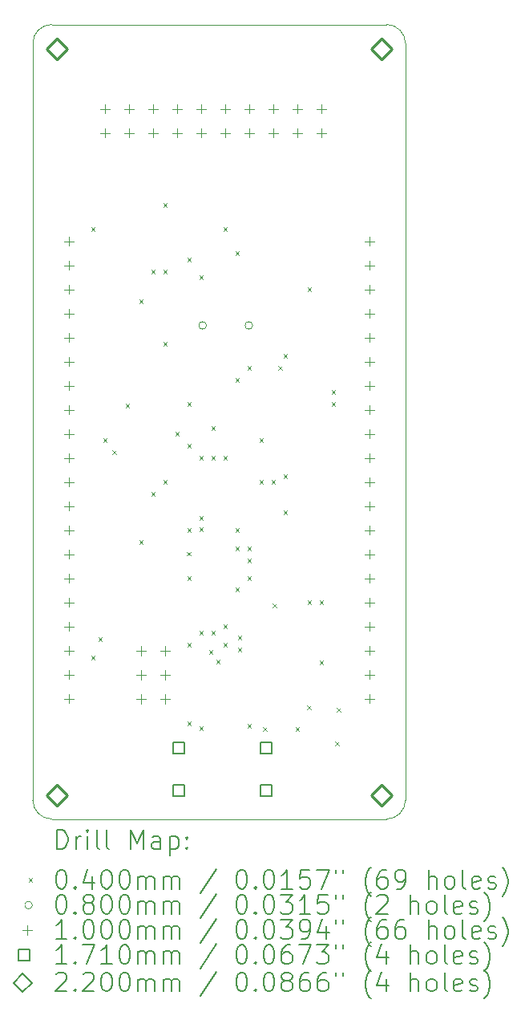
<source format=gbr>
%TF.GenerationSoftware,KiCad,Pcbnew,7.0.7*%
%TF.CreationDate,2023-10-15T12:26:57+09:00*%
%TF.ProjectId,STM32F103_dev_board,53544d33-3246-4313-9033-5f6465765f62,1.1.2*%
%TF.SameCoordinates,Original*%
%TF.FileFunction,Drillmap*%
%TF.FilePolarity,Positive*%
%FSLAX45Y45*%
G04 Gerber Fmt 4.5, Leading zero omitted, Abs format (unit mm)*
G04 Created by KiCad (PCBNEW 7.0.7) date 2023-10-15 12:26:57*
%MOMM*%
%LPD*%
G01*
G04 APERTURE LIST*
%ADD10C,0.100000*%
%ADD11C,0.200000*%
%ADD12C,0.040000*%
%ADD13C,0.080000*%
%ADD14C,0.171000*%
%ADD15C,0.220000*%
G04 APERTURE END LIST*
D10*
X16510000Y-5973000D02*
G75*
G03*
X16310000Y-5773000I-200000J0D01*
G01*
X12773000Y-5773000D02*
G75*
G03*
X12573000Y-5973000I0J-200000D01*
G01*
X16310000Y-14155000D02*
X12773000Y-14155000D01*
X16510000Y-5973000D02*
X16510000Y-13955000D01*
X12573000Y-13955000D02*
G75*
G03*
X12773000Y-14155000I200000J0D01*
G01*
X16310000Y-14155000D02*
G75*
G03*
X16510000Y-13955000I0J200000D01*
G01*
X12573000Y-13955000D02*
X12573000Y-5973000D01*
X12773000Y-5773000D02*
X16310000Y-5773000D01*
D11*
D12*
X13188000Y-7912000D02*
X13228000Y-7952000D01*
X13228000Y-7912000D02*
X13188000Y-7952000D01*
X13188000Y-12430950D02*
X13228000Y-12470950D01*
X13228000Y-12430950D02*
X13188000Y-12470950D01*
X13264200Y-12235500D02*
X13304200Y-12275500D01*
X13304200Y-12235500D02*
X13264200Y-12275500D01*
X13315000Y-10140000D02*
X13355000Y-10180000D01*
X13355000Y-10140000D02*
X13315000Y-10180000D01*
X13414550Y-10267000D02*
X13454550Y-10307000D01*
X13454550Y-10267000D02*
X13414550Y-10307000D01*
X13552270Y-9775730D02*
X13592270Y-9815730D01*
X13592270Y-9775730D02*
X13552270Y-9815730D01*
X13696000Y-8674000D02*
X13736000Y-8714000D01*
X13736000Y-8674000D02*
X13696000Y-8714000D01*
X13696000Y-11214000D02*
X13736000Y-11254000D01*
X13736000Y-11214000D02*
X13696000Y-11254000D01*
X13823000Y-8362000D02*
X13863000Y-8402000D01*
X13863000Y-8362000D02*
X13823000Y-8402000D01*
X13823000Y-10706000D02*
X13863000Y-10746000D01*
X13863000Y-10706000D02*
X13823000Y-10746000D01*
X13950000Y-7658000D02*
X13990000Y-7698000D01*
X13990000Y-7658000D02*
X13950000Y-7698000D01*
X13950000Y-8362000D02*
X13990000Y-8402000D01*
X13990000Y-8362000D02*
X13950000Y-8402000D01*
X13950000Y-9124000D02*
X13990000Y-9164000D01*
X13990000Y-9124000D02*
X13950000Y-9164000D01*
X13950000Y-10579000D02*
X13990000Y-10619000D01*
X13990000Y-10579000D02*
X13950000Y-10619000D01*
X14077000Y-10071000D02*
X14117000Y-10111000D01*
X14117000Y-10071000D02*
X14077000Y-10111000D01*
X14201837Y-11336201D02*
X14241837Y-11376201D01*
X14241837Y-11336201D02*
X14201837Y-11376201D01*
X14204000Y-8235000D02*
X14244000Y-8275000D01*
X14244000Y-8235000D02*
X14204000Y-8275000D01*
X14204000Y-9759000D02*
X14244000Y-9799000D01*
X14244000Y-9759000D02*
X14204000Y-9799000D01*
X14204000Y-10198000D02*
X14244000Y-10238000D01*
X14244000Y-10198000D02*
X14204000Y-10238000D01*
X14204000Y-11087000D02*
X14244000Y-11127000D01*
X14244000Y-11087000D02*
X14204000Y-11127000D01*
X14204000Y-11595000D02*
X14244000Y-11635000D01*
X14244000Y-11595000D02*
X14204000Y-11635000D01*
X14204000Y-12299000D02*
X14244000Y-12339000D01*
X14244000Y-12299000D02*
X14204000Y-12339000D01*
X14204000Y-13124500D02*
X14244000Y-13164500D01*
X14244000Y-13124500D02*
X14204000Y-13164500D01*
X14331000Y-8420000D02*
X14371000Y-8460000D01*
X14371000Y-8420000D02*
X14331000Y-8460000D01*
X14331000Y-10325000D02*
X14371000Y-10365000D01*
X14371000Y-10325000D02*
X14331000Y-10365000D01*
X14331000Y-10960000D02*
X14371000Y-11000000D01*
X14371000Y-10960000D02*
X14331000Y-11000000D01*
X14331000Y-11079800D02*
X14371000Y-11119800D01*
X14371000Y-11079800D02*
X14331000Y-11119800D01*
X14331000Y-12172000D02*
X14371000Y-12212000D01*
X14371000Y-12172000D02*
X14331000Y-12212000D01*
X14331000Y-13175300D02*
X14371000Y-13215300D01*
X14371000Y-13175300D02*
X14331000Y-13215300D01*
X14432600Y-12375200D02*
X14472600Y-12415200D01*
X14472600Y-12375200D02*
X14432600Y-12415200D01*
X14458000Y-10013000D02*
X14498000Y-10053000D01*
X14498000Y-10013000D02*
X14458000Y-10053000D01*
X14458000Y-10325000D02*
X14498000Y-10365000D01*
X14498000Y-10325000D02*
X14458000Y-10365000D01*
X14458000Y-12172000D02*
X14498000Y-12212000D01*
X14498000Y-12172000D02*
X14458000Y-12212000D01*
X14508800Y-12476800D02*
X14548800Y-12516800D01*
X14548800Y-12476800D02*
X14508800Y-12516800D01*
X14585000Y-7912000D02*
X14625000Y-7952000D01*
X14625000Y-7912000D02*
X14585000Y-7952000D01*
X14585000Y-10325000D02*
X14625000Y-10365000D01*
X14625000Y-10325000D02*
X14585000Y-10365000D01*
X14585000Y-12103000D02*
X14625000Y-12143000D01*
X14625000Y-12103000D02*
X14585000Y-12143000D01*
X14585000Y-12299000D02*
X14625000Y-12339000D01*
X14625000Y-12299000D02*
X14585000Y-12339000D01*
X14712000Y-8166000D02*
X14752000Y-8206000D01*
X14752000Y-8166000D02*
X14712000Y-8206000D01*
X14712000Y-9505000D02*
X14752000Y-9545000D01*
X14752000Y-9505000D02*
X14712000Y-9545000D01*
X14712000Y-11087000D02*
X14752000Y-11127000D01*
X14752000Y-11087000D02*
X14712000Y-11127000D01*
X14712000Y-11283000D02*
X14752000Y-11323000D01*
X14752000Y-11283000D02*
X14712000Y-11323000D01*
X14712000Y-11714800D02*
X14752000Y-11754800D01*
X14752000Y-11714800D02*
X14712000Y-11754800D01*
X14737400Y-12222800D02*
X14777400Y-12262800D01*
X14777400Y-12222800D02*
X14737400Y-12262800D01*
X14737400Y-12349800D02*
X14777400Y-12389800D01*
X14777400Y-12349800D02*
X14737400Y-12389800D01*
X14839000Y-9378000D02*
X14879000Y-9418000D01*
X14879000Y-9378000D02*
X14839000Y-9418000D01*
X14839000Y-11283000D02*
X14879000Y-11323000D01*
X14879000Y-11283000D02*
X14839000Y-11323000D01*
X14839000Y-11410000D02*
X14879000Y-11450000D01*
X14879000Y-11410000D02*
X14839000Y-11450000D01*
X14839000Y-11595000D02*
X14879000Y-11635000D01*
X14879000Y-11595000D02*
X14839000Y-11635000D01*
X14839000Y-13149900D02*
X14879000Y-13189900D01*
X14879000Y-13149900D02*
X14839000Y-13189900D01*
X14966000Y-10140000D02*
X15006000Y-10180000D01*
X15006000Y-10140000D02*
X14966000Y-10180000D01*
X14966000Y-10579000D02*
X15006000Y-10619000D01*
X15006000Y-10579000D02*
X14966000Y-10619000D01*
X15004100Y-13188000D02*
X15044100Y-13228000D01*
X15044100Y-13188000D02*
X15004100Y-13228000D01*
X15093000Y-10579000D02*
X15133000Y-10619000D01*
X15133000Y-10579000D02*
X15093000Y-10619000D01*
X15105700Y-11879900D02*
X15145700Y-11919900D01*
X15145700Y-11879900D02*
X15105700Y-11919900D01*
X15165450Y-9378000D02*
X15205450Y-9418000D01*
X15205450Y-9378000D02*
X15165450Y-9418000D01*
X15220000Y-9251000D02*
X15260000Y-9291000D01*
X15260000Y-9251000D02*
X15220000Y-9291000D01*
X15220000Y-10521000D02*
X15260000Y-10561000D01*
X15260000Y-10521000D02*
X15220000Y-10561000D01*
X15220000Y-10902000D02*
X15260000Y-10942000D01*
X15260000Y-10902000D02*
X15220000Y-10942000D01*
X15347000Y-13188000D02*
X15387000Y-13228000D01*
X15387000Y-13188000D02*
X15347000Y-13228000D01*
X15473570Y-12958970D02*
X15513570Y-12998970D01*
X15513570Y-12958970D02*
X15473570Y-12998970D01*
X15474000Y-8547000D02*
X15514000Y-8587000D01*
X15514000Y-8547000D02*
X15474000Y-8587000D01*
X15474000Y-11849000D02*
X15514000Y-11889000D01*
X15514000Y-11849000D02*
X15474000Y-11889000D01*
X15601000Y-11849000D02*
X15641000Y-11889000D01*
X15641000Y-11849000D02*
X15601000Y-11889000D01*
X15601000Y-12484000D02*
X15641000Y-12524000D01*
X15641000Y-12484000D02*
X15601000Y-12524000D01*
X15728000Y-9632000D02*
X15768000Y-9672000D01*
X15768000Y-9632000D02*
X15728000Y-9672000D01*
X15728000Y-9759000D02*
X15768000Y-9799000D01*
X15768000Y-9759000D02*
X15728000Y-9799000D01*
X15766100Y-13340400D02*
X15806100Y-13380400D01*
X15806100Y-13340400D02*
X15766100Y-13380400D01*
X15782550Y-12984800D02*
X15822550Y-13024800D01*
X15822550Y-12984800D02*
X15782550Y-13024800D01*
D13*
X14407000Y-8948000D02*
G75*
G03*
X14407000Y-8948000I-40000J0D01*
G01*
X14895000Y-8948000D02*
G75*
G03*
X14895000Y-8948000I-40000J0D01*
G01*
D10*
X12954000Y-8009000D02*
X12954000Y-8109000D01*
X12904000Y-8059000D02*
X13004000Y-8059000D01*
X12954000Y-8263000D02*
X12954000Y-8363000D01*
X12904000Y-8313000D02*
X13004000Y-8313000D01*
X12954000Y-8517000D02*
X12954000Y-8617000D01*
X12904000Y-8567000D02*
X13004000Y-8567000D01*
X12954000Y-8771000D02*
X12954000Y-8871000D01*
X12904000Y-8821000D02*
X13004000Y-8821000D01*
X12954000Y-9025000D02*
X12954000Y-9125000D01*
X12904000Y-9075000D02*
X13004000Y-9075000D01*
X12954000Y-9279000D02*
X12954000Y-9379000D01*
X12904000Y-9329000D02*
X13004000Y-9329000D01*
X12954000Y-9533000D02*
X12954000Y-9633000D01*
X12904000Y-9583000D02*
X13004000Y-9583000D01*
X12954000Y-9787000D02*
X12954000Y-9887000D01*
X12904000Y-9837000D02*
X13004000Y-9837000D01*
X12954000Y-10041000D02*
X12954000Y-10141000D01*
X12904000Y-10091000D02*
X13004000Y-10091000D01*
X12954000Y-10295000D02*
X12954000Y-10395000D01*
X12904000Y-10345000D02*
X13004000Y-10345000D01*
X12954000Y-10549000D02*
X12954000Y-10649000D01*
X12904000Y-10599000D02*
X13004000Y-10599000D01*
X12954000Y-10803000D02*
X12954000Y-10903000D01*
X12904000Y-10853000D02*
X13004000Y-10853000D01*
X12954000Y-11057000D02*
X12954000Y-11157000D01*
X12904000Y-11107000D02*
X13004000Y-11107000D01*
X12954000Y-11311000D02*
X12954000Y-11411000D01*
X12904000Y-11361000D02*
X13004000Y-11361000D01*
X12954000Y-11565000D02*
X12954000Y-11665000D01*
X12904000Y-11615000D02*
X13004000Y-11615000D01*
X12954000Y-11819000D02*
X12954000Y-11919000D01*
X12904000Y-11869000D02*
X13004000Y-11869000D01*
X12954000Y-12073000D02*
X12954000Y-12173000D01*
X12904000Y-12123000D02*
X13004000Y-12123000D01*
X12954000Y-12327000D02*
X12954000Y-12427000D01*
X12904000Y-12377000D02*
X13004000Y-12377000D01*
X12954000Y-12581000D02*
X12954000Y-12681000D01*
X12904000Y-12631000D02*
X13004000Y-12631000D01*
X12954000Y-12835000D02*
X12954000Y-12935000D01*
X12904000Y-12885000D02*
X13004000Y-12885000D01*
X13335000Y-6612000D02*
X13335000Y-6712000D01*
X13285000Y-6662000D02*
X13385000Y-6662000D01*
X13335000Y-6866000D02*
X13335000Y-6966000D01*
X13285000Y-6916000D02*
X13385000Y-6916000D01*
X13589000Y-6612000D02*
X13589000Y-6712000D01*
X13539000Y-6662000D02*
X13639000Y-6662000D01*
X13589000Y-6866000D02*
X13589000Y-6966000D01*
X13539000Y-6916000D02*
X13639000Y-6916000D01*
X13715500Y-12328500D02*
X13715500Y-12428500D01*
X13665500Y-12378500D02*
X13765500Y-12378500D01*
X13715500Y-12582500D02*
X13715500Y-12682500D01*
X13665500Y-12632500D02*
X13765500Y-12632500D01*
X13715500Y-12836500D02*
X13715500Y-12936500D01*
X13665500Y-12886500D02*
X13765500Y-12886500D01*
X13843000Y-6612000D02*
X13843000Y-6712000D01*
X13793000Y-6662000D02*
X13893000Y-6662000D01*
X13843000Y-6866000D02*
X13843000Y-6966000D01*
X13793000Y-6916000D02*
X13893000Y-6916000D01*
X13969500Y-12328500D02*
X13969500Y-12428500D01*
X13919500Y-12378500D02*
X14019500Y-12378500D01*
X13969500Y-12582500D02*
X13969500Y-12682500D01*
X13919500Y-12632500D02*
X14019500Y-12632500D01*
X13969500Y-12836500D02*
X13969500Y-12936500D01*
X13919500Y-12886500D02*
X14019500Y-12886500D01*
X14097000Y-6612000D02*
X14097000Y-6712000D01*
X14047000Y-6662000D02*
X14147000Y-6662000D01*
X14097000Y-6866000D02*
X14097000Y-6966000D01*
X14047000Y-6916000D02*
X14147000Y-6916000D01*
X14351000Y-6612000D02*
X14351000Y-6712000D01*
X14301000Y-6662000D02*
X14401000Y-6662000D01*
X14351000Y-6866000D02*
X14351000Y-6966000D01*
X14301000Y-6916000D02*
X14401000Y-6916000D01*
X14605000Y-6612000D02*
X14605000Y-6712000D01*
X14555000Y-6662000D02*
X14655000Y-6662000D01*
X14605000Y-6866000D02*
X14605000Y-6966000D01*
X14555000Y-6916000D02*
X14655000Y-6916000D01*
X14859000Y-6612000D02*
X14859000Y-6712000D01*
X14809000Y-6662000D02*
X14909000Y-6662000D01*
X14859000Y-6866000D02*
X14859000Y-6966000D01*
X14809000Y-6916000D02*
X14909000Y-6916000D01*
X15113000Y-6612000D02*
X15113000Y-6712000D01*
X15063000Y-6662000D02*
X15163000Y-6662000D01*
X15113000Y-6866000D02*
X15113000Y-6966000D01*
X15063000Y-6916000D02*
X15163000Y-6916000D01*
X15367000Y-6612000D02*
X15367000Y-6712000D01*
X15317000Y-6662000D02*
X15417000Y-6662000D01*
X15367000Y-6866000D02*
X15367000Y-6966000D01*
X15317000Y-6916000D02*
X15417000Y-6916000D01*
X15621000Y-6612000D02*
X15621000Y-6712000D01*
X15571000Y-6662000D02*
X15671000Y-6662000D01*
X15621000Y-6866000D02*
X15621000Y-6966000D01*
X15571000Y-6916000D02*
X15671000Y-6916000D01*
X16129000Y-8009000D02*
X16129000Y-8109000D01*
X16079000Y-8059000D02*
X16179000Y-8059000D01*
X16129000Y-8263000D02*
X16129000Y-8363000D01*
X16079000Y-8313000D02*
X16179000Y-8313000D01*
X16129000Y-8517000D02*
X16129000Y-8617000D01*
X16079000Y-8567000D02*
X16179000Y-8567000D01*
X16129000Y-8771000D02*
X16129000Y-8871000D01*
X16079000Y-8821000D02*
X16179000Y-8821000D01*
X16129000Y-9025000D02*
X16129000Y-9125000D01*
X16079000Y-9075000D02*
X16179000Y-9075000D01*
X16129000Y-9279000D02*
X16129000Y-9379000D01*
X16079000Y-9329000D02*
X16179000Y-9329000D01*
X16129000Y-9533000D02*
X16129000Y-9633000D01*
X16079000Y-9583000D02*
X16179000Y-9583000D01*
X16129000Y-9787000D02*
X16129000Y-9887000D01*
X16079000Y-9837000D02*
X16179000Y-9837000D01*
X16129000Y-10041000D02*
X16129000Y-10141000D01*
X16079000Y-10091000D02*
X16179000Y-10091000D01*
X16129000Y-10295000D02*
X16129000Y-10395000D01*
X16079000Y-10345000D02*
X16179000Y-10345000D01*
X16129000Y-10549000D02*
X16129000Y-10649000D01*
X16079000Y-10599000D02*
X16179000Y-10599000D01*
X16129000Y-10803000D02*
X16129000Y-10903000D01*
X16079000Y-10853000D02*
X16179000Y-10853000D01*
X16129000Y-11057000D02*
X16129000Y-11157000D01*
X16079000Y-11107000D02*
X16179000Y-11107000D01*
X16129000Y-11311000D02*
X16129000Y-11411000D01*
X16079000Y-11361000D02*
X16179000Y-11361000D01*
X16129000Y-11565000D02*
X16129000Y-11665000D01*
X16079000Y-11615000D02*
X16179000Y-11615000D01*
X16129000Y-11819000D02*
X16129000Y-11919000D01*
X16079000Y-11869000D02*
X16179000Y-11869000D01*
X16129000Y-12073000D02*
X16129000Y-12173000D01*
X16079000Y-12123000D02*
X16179000Y-12123000D01*
X16129000Y-12327000D02*
X16129000Y-12427000D01*
X16079000Y-12377000D02*
X16179000Y-12377000D01*
X16129000Y-12581000D02*
X16129000Y-12681000D01*
X16079000Y-12631000D02*
X16179000Y-12631000D01*
X16129000Y-12835000D02*
X16129000Y-12935000D01*
X16079000Y-12885000D02*
X16179000Y-12885000D01*
D14*
X14175258Y-13466158D02*
X14175258Y-13345242D01*
X14054342Y-13345242D01*
X14054342Y-13466158D01*
X14175258Y-13466158D01*
X14175258Y-13916158D02*
X14175258Y-13795242D01*
X14054342Y-13795242D01*
X14054342Y-13916158D01*
X14175258Y-13916158D01*
X15097258Y-13466158D02*
X15097258Y-13345242D01*
X14976342Y-13345242D01*
X14976342Y-13466158D01*
X15097258Y-13466158D01*
X15097258Y-13916158D02*
X15097258Y-13795242D01*
X14976342Y-13795242D01*
X14976342Y-13916158D01*
X15097258Y-13916158D01*
D15*
X12827000Y-6137000D02*
X12937000Y-6027000D01*
X12827000Y-5917000D01*
X12717000Y-6027000D01*
X12827000Y-6137000D01*
X12828591Y-14015335D02*
X12938591Y-13905335D01*
X12828591Y-13795335D01*
X12718591Y-13905335D01*
X12828591Y-14015335D01*
X16256000Y-6137000D02*
X16366000Y-6027000D01*
X16256000Y-5917000D01*
X16146000Y-6027000D01*
X16256000Y-6137000D01*
X16256000Y-14011000D02*
X16366000Y-13901000D01*
X16256000Y-13791000D01*
X16146000Y-13901000D01*
X16256000Y-14011000D01*
D11*
X12828777Y-14471484D02*
X12828777Y-14271484D01*
X12828777Y-14271484D02*
X12876396Y-14271484D01*
X12876396Y-14271484D02*
X12904967Y-14281008D01*
X12904967Y-14281008D02*
X12924015Y-14300055D01*
X12924015Y-14300055D02*
X12933539Y-14319103D01*
X12933539Y-14319103D02*
X12943062Y-14357198D01*
X12943062Y-14357198D02*
X12943062Y-14385769D01*
X12943062Y-14385769D02*
X12933539Y-14423865D01*
X12933539Y-14423865D02*
X12924015Y-14442912D01*
X12924015Y-14442912D02*
X12904967Y-14461960D01*
X12904967Y-14461960D02*
X12876396Y-14471484D01*
X12876396Y-14471484D02*
X12828777Y-14471484D01*
X13028777Y-14471484D02*
X13028777Y-14338150D01*
X13028777Y-14376246D02*
X13038301Y-14357198D01*
X13038301Y-14357198D02*
X13047824Y-14347674D01*
X13047824Y-14347674D02*
X13066872Y-14338150D01*
X13066872Y-14338150D02*
X13085920Y-14338150D01*
X13152586Y-14471484D02*
X13152586Y-14338150D01*
X13152586Y-14271484D02*
X13143062Y-14281008D01*
X13143062Y-14281008D02*
X13152586Y-14290531D01*
X13152586Y-14290531D02*
X13162110Y-14281008D01*
X13162110Y-14281008D02*
X13152586Y-14271484D01*
X13152586Y-14271484D02*
X13152586Y-14290531D01*
X13276396Y-14471484D02*
X13257348Y-14461960D01*
X13257348Y-14461960D02*
X13247824Y-14442912D01*
X13247824Y-14442912D02*
X13247824Y-14271484D01*
X13381158Y-14471484D02*
X13362110Y-14461960D01*
X13362110Y-14461960D02*
X13352586Y-14442912D01*
X13352586Y-14442912D02*
X13352586Y-14271484D01*
X13609729Y-14471484D02*
X13609729Y-14271484D01*
X13609729Y-14271484D02*
X13676396Y-14414341D01*
X13676396Y-14414341D02*
X13743062Y-14271484D01*
X13743062Y-14271484D02*
X13743062Y-14471484D01*
X13924015Y-14471484D02*
X13924015Y-14366722D01*
X13924015Y-14366722D02*
X13914491Y-14347674D01*
X13914491Y-14347674D02*
X13895443Y-14338150D01*
X13895443Y-14338150D02*
X13857348Y-14338150D01*
X13857348Y-14338150D02*
X13838301Y-14347674D01*
X13924015Y-14461960D02*
X13904967Y-14471484D01*
X13904967Y-14471484D02*
X13857348Y-14471484D01*
X13857348Y-14471484D02*
X13838301Y-14461960D01*
X13838301Y-14461960D02*
X13828777Y-14442912D01*
X13828777Y-14442912D02*
X13828777Y-14423865D01*
X13828777Y-14423865D02*
X13838301Y-14404817D01*
X13838301Y-14404817D02*
X13857348Y-14395293D01*
X13857348Y-14395293D02*
X13904967Y-14395293D01*
X13904967Y-14395293D02*
X13924015Y-14385769D01*
X14019253Y-14338150D02*
X14019253Y-14538150D01*
X14019253Y-14347674D02*
X14038301Y-14338150D01*
X14038301Y-14338150D02*
X14076396Y-14338150D01*
X14076396Y-14338150D02*
X14095443Y-14347674D01*
X14095443Y-14347674D02*
X14104967Y-14357198D01*
X14104967Y-14357198D02*
X14114491Y-14376246D01*
X14114491Y-14376246D02*
X14114491Y-14433388D01*
X14114491Y-14433388D02*
X14104967Y-14452436D01*
X14104967Y-14452436D02*
X14095443Y-14461960D01*
X14095443Y-14461960D02*
X14076396Y-14471484D01*
X14076396Y-14471484D02*
X14038301Y-14471484D01*
X14038301Y-14471484D02*
X14019253Y-14461960D01*
X14200205Y-14452436D02*
X14209729Y-14461960D01*
X14209729Y-14461960D02*
X14200205Y-14471484D01*
X14200205Y-14471484D02*
X14190682Y-14461960D01*
X14190682Y-14461960D02*
X14200205Y-14452436D01*
X14200205Y-14452436D02*
X14200205Y-14471484D01*
X14200205Y-14347674D02*
X14209729Y-14357198D01*
X14209729Y-14357198D02*
X14200205Y-14366722D01*
X14200205Y-14366722D02*
X14190682Y-14357198D01*
X14190682Y-14357198D02*
X14200205Y-14347674D01*
X14200205Y-14347674D02*
X14200205Y-14366722D01*
D12*
X12528000Y-14780000D02*
X12568000Y-14820000D01*
X12568000Y-14780000D02*
X12528000Y-14820000D01*
D11*
X12866872Y-14691484D02*
X12885920Y-14691484D01*
X12885920Y-14691484D02*
X12904967Y-14701008D01*
X12904967Y-14701008D02*
X12914491Y-14710531D01*
X12914491Y-14710531D02*
X12924015Y-14729579D01*
X12924015Y-14729579D02*
X12933539Y-14767674D01*
X12933539Y-14767674D02*
X12933539Y-14815293D01*
X12933539Y-14815293D02*
X12924015Y-14853388D01*
X12924015Y-14853388D02*
X12914491Y-14872436D01*
X12914491Y-14872436D02*
X12904967Y-14881960D01*
X12904967Y-14881960D02*
X12885920Y-14891484D01*
X12885920Y-14891484D02*
X12866872Y-14891484D01*
X12866872Y-14891484D02*
X12847824Y-14881960D01*
X12847824Y-14881960D02*
X12838301Y-14872436D01*
X12838301Y-14872436D02*
X12828777Y-14853388D01*
X12828777Y-14853388D02*
X12819253Y-14815293D01*
X12819253Y-14815293D02*
X12819253Y-14767674D01*
X12819253Y-14767674D02*
X12828777Y-14729579D01*
X12828777Y-14729579D02*
X12838301Y-14710531D01*
X12838301Y-14710531D02*
X12847824Y-14701008D01*
X12847824Y-14701008D02*
X12866872Y-14691484D01*
X13019253Y-14872436D02*
X13028777Y-14881960D01*
X13028777Y-14881960D02*
X13019253Y-14891484D01*
X13019253Y-14891484D02*
X13009729Y-14881960D01*
X13009729Y-14881960D02*
X13019253Y-14872436D01*
X13019253Y-14872436D02*
X13019253Y-14891484D01*
X13200205Y-14758150D02*
X13200205Y-14891484D01*
X13152586Y-14681960D02*
X13104967Y-14824817D01*
X13104967Y-14824817D02*
X13228777Y-14824817D01*
X13343062Y-14691484D02*
X13362110Y-14691484D01*
X13362110Y-14691484D02*
X13381158Y-14701008D01*
X13381158Y-14701008D02*
X13390682Y-14710531D01*
X13390682Y-14710531D02*
X13400205Y-14729579D01*
X13400205Y-14729579D02*
X13409729Y-14767674D01*
X13409729Y-14767674D02*
X13409729Y-14815293D01*
X13409729Y-14815293D02*
X13400205Y-14853388D01*
X13400205Y-14853388D02*
X13390682Y-14872436D01*
X13390682Y-14872436D02*
X13381158Y-14881960D01*
X13381158Y-14881960D02*
X13362110Y-14891484D01*
X13362110Y-14891484D02*
X13343062Y-14891484D01*
X13343062Y-14891484D02*
X13324015Y-14881960D01*
X13324015Y-14881960D02*
X13314491Y-14872436D01*
X13314491Y-14872436D02*
X13304967Y-14853388D01*
X13304967Y-14853388D02*
X13295443Y-14815293D01*
X13295443Y-14815293D02*
X13295443Y-14767674D01*
X13295443Y-14767674D02*
X13304967Y-14729579D01*
X13304967Y-14729579D02*
X13314491Y-14710531D01*
X13314491Y-14710531D02*
X13324015Y-14701008D01*
X13324015Y-14701008D02*
X13343062Y-14691484D01*
X13533539Y-14691484D02*
X13552586Y-14691484D01*
X13552586Y-14691484D02*
X13571634Y-14701008D01*
X13571634Y-14701008D02*
X13581158Y-14710531D01*
X13581158Y-14710531D02*
X13590682Y-14729579D01*
X13590682Y-14729579D02*
X13600205Y-14767674D01*
X13600205Y-14767674D02*
X13600205Y-14815293D01*
X13600205Y-14815293D02*
X13590682Y-14853388D01*
X13590682Y-14853388D02*
X13581158Y-14872436D01*
X13581158Y-14872436D02*
X13571634Y-14881960D01*
X13571634Y-14881960D02*
X13552586Y-14891484D01*
X13552586Y-14891484D02*
X13533539Y-14891484D01*
X13533539Y-14891484D02*
X13514491Y-14881960D01*
X13514491Y-14881960D02*
X13504967Y-14872436D01*
X13504967Y-14872436D02*
X13495443Y-14853388D01*
X13495443Y-14853388D02*
X13485920Y-14815293D01*
X13485920Y-14815293D02*
X13485920Y-14767674D01*
X13485920Y-14767674D02*
X13495443Y-14729579D01*
X13495443Y-14729579D02*
X13504967Y-14710531D01*
X13504967Y-14710531D02*
X13514491Y-14701008D01*
X13514491Y-14701008D02*
X13533539Y-14691484D01*
X13685920Y-14891484D02*
X13685920Y-14758150D01*
X13685920Y-14777198D02*
X13695443Y-14767674D01*
X13695443Y-14767674D02*
X13714491Y-14758150D01*
X13714491Y-14758150D02*
X13743063Y-14758150D01*
X13743063Y-14758150D02*
X13762110Y-14767674D01*
X13762110Y-14767674D02*
X13771634Y-14786722D01*
X13771634Y-14786722D02*
X13771634Y-14891484D01*
X13771634Y-14786722D02*
X13781158Y-14767674D01*
X13781158Y-14767674D02*
X13800205Y-14758150D01*
X13800205Y-14758150D02*
X13828777Y-14758150D01*
X13828777Y-14758150D02*
X13847824Y-14767674D01*
X13847824Y-14767674D02*
X13857348Y-14786722D01*
X13857348Y-14786722D02*
X13857348Y-14891484D01*
X13952586Y-14891484D02*
X13952586Y-14758150D01*
X13952586Y-14777198D02*
X13962110Y-14767674D01*
X13962110Y-14767674D02*
X13981158Y-14758150D01*
X13981158Y-14758150D02*
X14009729Y-14758150D01*
X14009729Y-14758150D02*
X14028777Y-14767674D01*
X14028777Y-14767674D02*
X14038301Y-14786722D01*
X14038301Y-14786722D02*
X14038301Y-14891484D01*
X14038301Y-14786722D02*
X14047824Y-14767674D01*
X14047824Y-14767674D02*
X14066872Y-14758150D01*
X14066872Y-14758150D02*
X14095443Y-14758150D01*
X14095443Y-14758150D02*
X14114491Y-14767674D01*
X14114491Y-14767674D02*
X14124015Y-14786722D01*
X14124015Y-14786722D02*
X14124015Y-14891484D01*
X14514491Y-14681960D02*
X14343063Y-14939103D01*
X14771634Y-14691484D02*
X14790682Y-14691484D01*
X14790682Y-14691484D02*
X14809729Y-14701008D01*
X14809729Y-14701008D02*
X14819253Y-14710531D01*
X14819253Y-14710531D02*
X14828777Y-14729579D01*
X14828777Y-14729579D02*
X14838301Y-14767674D01*
X14838301Y-14767674D02*
X14838301Y-14815293D01*
X14838301Y-14815293D02*
X14828777Y-14853388D01*
X14828777Y-14853388D02*
X14819253Y-14872436D01*
X14819253Y-14872436D02*
X14809729Y-14881960D01*
X14809729Y-14881960D02*
X14790682Y-14891484D01*
X14790682Y-14891484D02*
X14771634Y-14891484D01*
X14771634Y-14891484D02*
X14752586Y-14881960D01*
X14752586Y-14881960D02*
X14743063Y-14872436D01*
X14743063Y-14872436D02*
X14733539Y-14853388D01*
X14733539Y-14853388D02*
X14724015Y-14815293D01*
X14724015Y-14815293D02*
X14724015Y-14767674D01*
X14724015Y-14767674D02*
X14733539Y-14729579D01*
X14733539Y-14729579D02*
X14743063Y-14710531D01*
X14743063Y-14710531D02*
X14752586Y-14701008D01*
X14752586Y-14701008D02*
X14771634Y-14691484D01*
X14924015Y-14872436D02*
X14933539Y-14881960D01*
X14933539Y-14881960D02*
X14924015Y-14891484D01*
X14924015Y-14891484D02*
X14914491Y-14881960D01*
X14914491Y-14881960D02*
X14924015Y-14872436D01*
X14924015Y-14872436D02*
X14924015Y-14891484D01*
X15057348Y-14691484D02*
X15076396Y-14691484D01*
X15076396Y-14691484D02*
X15095444Y-14701008D01*
X15095444Y-14701008D02*
X15104967Y-14710531D01*
X15104967Y-14710531D02*
X15114491Y-14729579D01*
X15114491Y-14729579D02*
X15124015Y-14767674D01*
X15124015Y-14767674D02*
X15124015Y-14815293D01*
X15124015Y-14815293D02*
X15114491Y-14853388D01*
X15114491Y-14853388D02*
X15104967Y-14872436D01*
X15104967Y-14872436D02*
X15095444Y-14881960D01*
X15095444Y-14881960D02*
X15076396Y-14891484D01*
X15076396Y-14891484D02*
X15057348Y-14891484D01*
X15057348Y-14891484D02*
X15038301Y-14881960D01*
X15038301Y-14881960D02*
X15028777Y-14872436D01*
X15028777Y-14872436D02*
X15019253Y-14853388D01*
X15019253Y-14853388D02*
X15009729Y-14815293D01*
X15009729Y-14815293D02*
X15009729Y-14767674D01*
X15009729Y-14767674D02*
X15019253Y-14729579D01*
X15019253Y-14729579D02*
X15028777Y-14710531D01*
X15028777Y-14710531D02*
X15038301Y-14701008D01*
X15038301Y-14701008D02*
X15057348Y-14691484D01*
X15314491Y-14891484D02*
X15200206Y-14891484D01*
X15257348Y-14891484D02*
X15257348Y-14691484D01*
X15257348Y-14691484D02*
X15238301Y-14720055D01*
X15238301Y-14720055D02*
X15219253Y-14739103D01*
X15219253Y-14739103D02*
X15200206Y-14748627D01*
X15495444Y-14691484D02*
X15400206Y-14691484D01*
X15400206Y-14691484D02*
X15390682Y-14786722D01*
X15390682Y-14786722D02*
X15400206Y-14777198D01*
X15400206Y-14777198D02*
X15419253Y-14767674D01*
X15419253Y-14767674D02*
X15466872Y-14767674D01*
X15466872Y-14767674D02*
X15485920Y-14777198D01*
X15485920Y-14777198D02*
X15495444Y-14786722D01*
X15495444Y-14786722D02*
X15504967Y-14805769D01*
X15504967Y-14805769D02*
X15504967Y-14853388D01*
X15504967Y-14853388D02*
X15495444Y-14872436D01*
X15495444Y-14872436D02*
X15485920Y-14881960D01*
X15485920Y-14881960D02*
X15466872Y-14891484D01*
X15466872Y-14891484D02*
X15419253Y-14891484D01*
X15419253Y-14891484D02*
X15400206Y-14881960D01*
X15400206Y-14881960D02*
X15390682Y-14872436D01*
X15571634Y-14691484D02*
X15704967Y-14691484D01*
X15704967Y-14691484D02*
X15619253Y-14891484D01*
X15771634Y-14691484D02*
X15771634Y-14729579D01*
X15847825Y-14691484D02*
X15847825Y-14729579D01*
X16143063Y-14967674D02*
X16133539Y-14958150D01*
X16133539Y-14958150D02*
X16114491Y-14929579D01*
X16114491Y-14929579D02*
X16104968Y-14910531D01*
X16104968Y-14910531D02*
X16095444Y-14881960D01*
X16095444Y-14881960D02*
X16085920Y-14834341D01*
X16085920Y-14834341D02*
X16085920Y-14796246D01*
X16085920Y-14796246D02*
X16095444Y-14748627D01*
X16095444Y-14748627D02*
X16104968Y-14720055D01*
X16104968Y-14720055D02*
X16114491Y-14701008D01*
X16114491Y-14701008D02*
X16133539Y-14672436D01*
X16133539Y-14672436D02*
X16143063Y-14662912D01*
X16304968Y-14691484D02*
X16266872Y-14691484D01*
X16266872Y-14691484D02*
X16247825Y-14701008D01*
X16247825Y-14701008D02*
X16238301Y-14710531D01*
X16238301Y-14710531D02*
X16219253Y-14739103D01*
X16219253Y-14739103D02*
X16209729Y-14777198D01*
X16209729Y-14777198D02*
X16209729Y-14853388D01*
X16209729Y-14853388D02*
X16219253Y-14872436D01*
X16219253Y-14872436D02*
X16228777Y-14881960D01*
X16228777Y-14881960D02*
X16247825Y-14891484D01*
X16247825Y-14891484D02*
X16285920Y-14891484D01*
X16285920Y-14891484D02*
X16304968Y-14881960D01*
X16304968Y-14881960D02*
X16314491Y-14872436D01*
X16314491Y-14872436D02*
X16324015Y-14853388D01*
X16324015Y-14853388D02*
X16324015Y-14805769D01*
X16324015Y-14805769D02*
X16314491Y-14786722D01*
X16314491Y-14786722D02*
X16304968Y-14777198D01*
X16304968Y-14777198D02*
X16285920Y-14767674D01*
X16285920Y-14767674D02*
X16247825Y-14767674D01*
X16247825Y-14767674D02*
X16228777Y-14777198D01*
X16228777Y-14777198D02*
X16219253Y-14786722D01*
X16219253Y-14786722D02*
X16209729Y-14805769D01*
X16419253Y-14891484D02*
X16457348Y-14891484D01*
X16457348Y-14891484D02*
X16476396Y-14881960D01*
X16476396Y-14881960D02*
X16485920Y-14872436D01*
X16485920Y-14872436D02*
X16504968Y-14843865D01*
X16504968Y-14843865D02*
X16514491Y-14805769D01*
X16514491Y-14805769D02*
X16514491Y-14729579D01*
X16514491Y-14729579D02*
X16504968Y-14710531D01*
X16504968Y-14710531D02*
X16495444Y-14701008D01*
X16495444Y-14701008D02*
X16476396Y-14691484D01*
X16476396Y-14691484D02*
X16438301Y-14691484D01*
X16438301Y-14691484D02*
X16419253Y-14701008D01*
X16419253Y-14701008D02*
X16409729Y-14710531D01*
X16409729Y-14710531D02*
X16400206Y-14729579D01*
X16400206Y-14729579D02*
X16400206Y-14777198D01*
X16400206Y-14777198D02*
X16409729Y-14796246D01*
X16409729Y-14796246D02*
X16419253Y-14805769D01*
X16419253Y-14805769D02*
X16438301Y-14815293D01*
X16438301Y-14815293D02*
X16476396Y-14815293D01*
X16476396Y-14815293D02*
X16495444Y-14805769D01*
X16495444Y-14805769D02*
X16504968Y-14796246D01*
X16504968Y-14796246D02*
X16514491Y-14777198D01*
X16752587Y-14891484D02*
X16752587Y-14691484D01*
X16838301Y-14891484D02*
X16838301Y-14786722D01*
X16838301Y-14786722D02*
X16828777Y-14767674D01*
X16828777Y-14767674D02*
X16809730Y-14758150D01*
X16809730Y-14758150D02*
X16781158Y-14758150D01*
X16781158Y-14758150D02*
X16762110Y-14767674D01*
X16762110Y-14767674D02*
X16752587Y-14777198D01*
X16962111Y-14891484D02*
X16943063Y-14881960D01*
X16943063Y-14881960D02*
X16933539Y-14872436D01*
X16933539Y-14872436D02*
X16924015Y-14853388D01*
X16924015Y-14853388D02*
X16924015Y-14796246D01*
X16924015Y-14796246D02*
X16933539Y-14777198D01*
X16933539Y-14777198D02*
X16943063Y-14767674D01*
X16943063Y-14767674D02*
X16962111Y-14758150D01*
X16962111Y-14758150D02*
X16990682Y-14758150D01*
X16990682Y-14758150D02*
X17009730Y-14767674D01*
X17009730Y-14767674D02*
X17019253Y-14777198D01*
X17019253Y-14777198D02*
X17028777Y-14796246D01*
X17028777Y-14796246D02*
X17028777Y-14853388D01*
X17028777Y-14853388D02*
X17019253Y-14872436D01*
X17019253Y-14872436D02*
X17009730Y-14881960D01*
X17009730Y-14881960D02*
X16990682Y-14891484D01*
X16990682Y-14891484D02*
X16962111Y-14891484D01*
X17143063Y-14891484D02*
X17124015Y-14881960D01*
X17124015Y-14881960D02*
X17114492Y-14862912D01*
X17114492Y-14862912D02*
X17114492Y-14691484D01*
X17295444Y-14881960D02*
X17276396Y-14891484D01*
X17276396Y-14891484D02*
X17238301Y-14891484D01*
X17238301Y-14891484D02*
X17219253Y-14881960D01*
X17219253Y-14881960D02*
X17209730Y-14862912D01*
X17209730Y-14862912D02*
X17209730Y-14786722D01*
X17209730Y-14786722D02*
X17219253Y-14767674D01*
X17219253Y-14767674D02*
X17238301Y-14758150D01*
X17238301Y-14758150D02*
X17276396Y-14758150D01*
X17276396Y-14758150D02*
X17295444Y-14767674D01*
X17295444Y-14767674D02*
X17304968Y-14786722D01*
X17304968Y-14786722D02*
X17304968Y-14805769D01*
X17304968Y-14805769D02*
X17209730Y-14824817D01*
X17381158Y-14881960D02*
X17400206Y-14891484D01*
X17400206Y-14891484D02*
X17438301Y-14891484D01*
X17438301Y-14891484D02*
X17457349Y-14881960D01*
X17457349Y-14881960D02*
X17466873Y-14862912D01*
X17466873Y-14862912D02*
X17466873Y-14853388D01*
X17466873Y-14853388D02*
X17457349Y-14834341D01*
X17457349Y-14834341D02*
X17438301Y-14824817D01*
X17438301Y-14824817D02*
X17409730Y-14824817D01*
X17409730Y-14824817D02*
X17390682Y-14815293D01*
X17390682Y-14815293D02*
X17381158Y-14796246D01*
X17381158Y-14796246D02*
X17381158Y-14786722D01*
X17381158Y-14786722D02*
X17390682Y-14767674D01*
X17390682Y-14767674D02*
X17409730Y-14758150D01*
X17409730Y-14758150D02*
X17438301Y-14758150D01*
X17438301Y-14758150D02*
X17457349Y-14767674D01*
X17533539Y-14967674D02*
X17543063Y-14958150D01*
X17543063Y-14958150D02*
X17562111Y-14929579D01*
X17562111Y-14929579D02*
X17571634Y-14910531D01*
X17571634Y-14910531D02*
X17581158Y-14881960D01*
X17581158Y-14881960D02*
X17590682Y-14834341D01*
X17590682Y-14834341D02*
X17590682Y-14796246D01*
X17590682Y-14796246D02*
X17581158Y-14748627D01*
X17581158Y-14748627D02*
X17571634Y-14720055D01*
X17571634Y-14720055D02*
X17562111Y-14701008D01*
X17562111Y-14701008D02*
X17543063Y-14672436D01*
X17543063Y-14672436D02*
X17533539Y-14662912D01*
D13*
X12568000Y-15064000D02*
G75*
G03*
X12568000Y-15064000I-40000J0D01*
G01*
D11*
X12866872Y-14955484D02*
X12885920Y-14955484D01*
X12885920Y-14955484D02*
X12904967Y-14965008D01*
X12904967Y-14965008D02*
X12914491Y-14974531D01*
X12914491Y-14974531D02*
X12924015Y-14993579D01*
X12924015Y-14993579D02*
X12933539Y-15031674D01*
X12933539Y-15031674D02*
X12933539Y-15079293D01*
X12933539Y-15079293D02*
X12924015Y-15117388D01*
X12924015Y-15117388D02*
X12914491Y-15136436D01*
X12914491Y-15136436D02*
X12904967Y-15145960D01*
X12904967Y-15145960D02*
X12885920Y-15155484D01*
X12885920Y-15155484D02*
X12866872Y-15155484D01*
X12866872Y-15155484D02*
X12847824Y-15145960D01*
X12847824Y-15145960D02*
X12838301Y-15136436D01*
X12838301Y-15136436D02*
X12828777Y-15117388D01*
X12828777Y-15117388D02*
X12819253Y-15079293D01*
X12819253Y-15079293D02*
X12819253Y-15031674D01*
X12819253Y-15031674D02*
X12828777Y-14993579D01*
X12828777Y-14993579D02*
X12838301Y-14974531D01*
X12838301Y-14974531D02*
X12847824Y-14965008D01*
X12847824Y-14965008D02*
X12866872Y-14955484D01*
X13019253Y-15136436D02*
X13028777Y-15145960D01*
X13028777Y-15145960D02*
X13019253Y-15155484D01*
X13019253Y-15155484D02*
X13009729Y-15145960D01*
X13009729Y-15145960D02*
X13019253Y-15136436D01*
X13019253Y-15136436D02*
X13019253Y-15155484D01*
X13143062Y-15041198D02*
X13124015Y-15031674D01*
X13124015Y-15031674D02*
X13114491Y-15022150D01*
X13114491Y-15022150D02*
X13104967Y-15003103D01*
X13104967Y-15003103D02*
X13104967Y-14993579D01*
X13104967Y-14993579D02*
X13114491Y-14974531D01*
X13114491Y-14974531D02*
X13124015Y-14965008D01*
X13124015Y-14965008D02*
X13143062Y-14955484D01*
X13143062Y-14955484D02*
X13181158Y-14955484D01*
X13181158Y-14955484D02*
X13200205Y-14965008D01*
X13200205Y-14965008D02*
X13209729Y-14974531D01*
X13209729Y-14974531D02*
X13219253Y-14993579D01*
X13219253Y-14993579D02*
X13219253Y-15003103D01*
X13219253Y-15003103D02*
X13209729Y-15022150D01*
X13209729Y-15022150D02*
X13200205Y-15031674D01*
X13200205Y-15031674D02*
X13181158Y-15041198D01*
X13181158Y-15041198D02*
X13143062Y-15041198D01*
X13143062Y-15041198D02*
X13124015Y-15050722D01*
X13124015Y-15050722D02*
X13114491Y-15060246D01*
X13114491Y-15060246D02*
X13104967Y-15079293D01*
X13104967Y-15079293D02*
X13104967Y-15117388D01*
X13104967Y-15117388D02*
X13114491Y-15136436D01*
X13114491Y-15136436D02*
X13124015Y-15145960D01*
X13124015Y-15145960D02*
X13143062Y-15155484D01*
X13143062Y-15155484D02*
X13181158Y-15155484D01*
X13181158Y-15155484D02*
X13200205Y-15145960D01*
X13200205Y-15145960D02*
X13209729Y-15136436D01*
X13209729Y-15136436D02*
X13219253Y-15117388D01*
X13219253Y-15117388D02*
X13219253Y-15079293D01*
X13219253Y-15079293D02*
X13209729Y-15060246D01*
X13209729Y-15060246D02*
X13200205Y-15050722D01*
X13200205Y-15050722D02*
X13181158Y-15041198D01*
X13343062Y-14955484D02*
X13362110Y-14955484D01*
X13362110Y-14955484D02*
X13381158Y-14965008D01*
X13381158Y-14965008D02*
X13390682Y-14974531D01*
X13390682Y-14974531D02*
X13400205Y-14993579D01*
X13400205Y-14993579D02*
X13409729Y-15031674D01*
X13409729Y-15031674D02*
X13409729Y-15079293D01*
X13409729Y-15079293D02*
X13400205Y-15117388D01*
X13400205Y-15117388D02*
X13390682Y-15136436D01*
X13390682Y-15136436D02*
X13381158Y-15145960D01*
X13381158Y-15145960D02*
X13362110Y-15155484D01*
X13362110Y-15155484D02*
X13343062Y-15155484D01*
X13343062Y-15155484D02*
X13324015Y-15145960D01*
X13324015Y-15145960D02*
X13314491Y-15136436D01*
X13314491Y-15136436D02*
X13304967Y-15117388D01*
X13304967Y-15117388D02*
X13295443Y-15079293D01*
X13295443Y-15079293D02*
X13295443Y-15031674D01*
X13295443Y-15031674D02*
X13304967Y-14993579D01*
X13304967Y-14993579D02*
X13314491Y-14974531D01*
X13314491Y-14974531D02*
X13324015Y-14965008D01*
X13324015Y-14965008D02*
X13343062Y-14955484D01*
X13533539Y-14955484D02*
X13552586Y-14955484D01*
X13552586Y-14955484D02*
X13571634Y-14965008D01*
X13571634Y-14965008D02*
X13581158Y-14974531D01*
X13581158Y-14974531D02*
X13590682Y-14993579D01*
X13590682Y-14993579D02*
X13600205Y-15031674D01*
X13600205Y-15031674D02*
X13600205Y-15079293D01*
X13600205Y-15079293D02*
X13590682Y-15117388D01*
X13590682Y-15117388D02*
X13581158Y-15136436D01*
X13581158Y-15136436D02*
X13571634Y-15145960D01*
X13571634Y-15145960D02*
X13552586Y-15155484D01*
X13552586Y-15155484D02*
X13533539Y-15155484D01*
X13533539Y-15155484D02*
X13514491Y-15145960D01*
X13514491Y-15145960D02*
X13504967Y-15136436D01*
X13504967Y-15136436D02*
X13495443Y-15117388D01*
X13495443Y-15117388D02*
X13485920Y-15079293D01*
X13485920Y-15079293D02*
X13485920Y-15031674D01*
X13485920Y-15031674D02*
X13495443Y-14993579D01*
X13495443Y-14993579D02*
X13504967Y-14974531D01*
X13504967Y-14974531D02*
X13514491Y-14965008D01*
X13514491Y-14965008D02*
X13533539Y-14955484D01*
X13685920Y-15155484D02*
X13685920Y-15022150D01*
X13685920Y-15041198D02*
X13695443Y-15031674D01*
X13695443Y-15031674D02*
X13714491Y-15022150D01*
X13714491Y-15022150D02*
X13743063Y-15022150D01*
X13743063Y-15022150D02*
X13762110Y-15031674D01*
X13762110Y-15031674D02*
X13771634Y-15050722D01*
X13771634Y-15050722D02*
X13771634Y-15155484D01*
X13771634Y-15050722D02*
X13781158Y-15031674D01*
X13781158Y-15031674D02*
X13800205Y-15022150D01*
X13800205Y-15022150D02*
X13828777Y-15022150D01*
X13828777Y-15022150D02*
X13847824Y-15031674D01*
X13847824Y-15031674D02*
X13857348Y-15050722D01*
X13857348Y-15050722D02*
X13857348Y-15155484D01*
X13952586Y-15155484D02*
X13952586Y-15022150D01*
X13952586Y-15041198D02*
X13962110Y-15031674D01*
X13962110Y-15031674D02*
X13981158Y-15022150D01*
X13981158Y-15022150D02*
X14009729Y-15022150D01*
X14009729Y-15022150D02*
X14028777Y-15031674D01*
X14028777Y-15031674D02*
X14038301Y-15050722D01*
X14038301Y-15050722D02*
X14038301Y-15155484D01*
X14038301Y-15050722D02*
X14047824Y-15031674D01*
X14047824Y-15031674D02*
X14066872Y-15022150D01*
X14066872Y-15022150D02*
X14095443Y-15022150D01*
X14095443Y-15022150D02*
X14114491Y-15031674D01*
X14114491Y-15031674D02*
X14124015Y-15050722D01*
X14124015Y-15050722D02*
X14124015Y-15155484D01*
X14514491Y-14945960D02*
X14343063Y-15203103D01*
X14771634Y-14955484D02*
X14790682Y-14955484D01*
X14790682Y-14955484D02*
X14809729Y-14965008D01*
X14809729Y-14965008D02*
X14819253Y-14974531D01*
X14819253Y-14974531D02*
X14828777Y-14993579D01*
X14828777Y-14993579D02*
X14838301Y-15031674D01*
X14838301Y-15031674D02*
X14838301Y-15079293D01*
X14838301Y-15079293D02*
X14828777Y-15117388D01*
X14828777Y-15117388D02*
X14819253Y-15136436D01*
X14819253Y-15136436D02*
X14809729Y-15145960D01*
X14809729Y-15145960D02*
X14790682Y-15155484D01*
X14790682Y-15155484D02*
X14771634Y-15155484D01*
X14771634Y-15155484D02*
X14752586Y-15145960D01*
X14752586Y-15145960D02*
X14743063Y-15136436D01*
X14743063Y-15136436D02*
X14733539Y-15117388D01*
X14733539Y-15117388D02*
X14724015Y-15079293D01*
X14724015Y-15079293D02*
X14724015Y-15031674D01*
X14724015Y-15031674D02*
X14733539Y-14993579D01*
X14733539Y-14993579D02*
X14743063Y-14974531D01*
X14743063Y-14974531D02*
X14752586Y-14965008D01*
X14752586Y-14965008D02*
X14771634Y-14955484D01*
X14924015Y-15136436D02*
X14933539Y-15145960D01*
X14933539Y-15145960D02*
X14924015Y-15155484D01*
X14924015Y-15155484D02*
X14914491Y-15145960D01*
X14914491Y-15145960D02*
X14924015Y-15136436D01*
X14924015Y-15136436D02*
X14924015Y-15155484D01*
X15057348Y-14955484D02*
X15076396Y-14955484D01*
X15076396Y-14955484D02*
X15095444Y-14965008D01*
X15095444Y-14965008D02*
X15104967Y-14974531D01*
X15104967Y-14974531D02*
X15114491Y-14993579D01*
X15114491Y-14993579D02*
X15124015Y-15031674D01*
X15124015Y-15031674D02*
X15124015Y-15079293D01*
X15124015Y-15079293D02*
X15114491Y-15117388D01*
X15114491Y-15117388D02*
X15104967Y-15136436D01*
X15104967Y-15136436D02*
X15095444Y-15145960D01*
X15095444Y-15145960D02*
X15076396Y-15155484D01*
X15076396Y-15155484D02*
X15057348Y-15155484D01*
X15057348Y-15155484D02*
X15038301Y-15145960D01*
X15038301Y-15145960D02*
X15028777Y-15136436D01*
X15028777Y-15136436D02*
X15019253Y-15117388D01*
X15019253Y-15117388D02*
X15009729Y-15079293D01*
X15009729Y-15079293D02*
X15009729Y-15031674D01*
X15009729Y-15031674D02*
X15019253Y-14993579D01*
X15019253Y-14993579D02*
X15028777Y-14974531D01*
X15028777Y-14974531D02*
X15038301Y-14965008D01*
X15038301Y-14965008D02*
X15057348Y-14955484D01*
X15190682Y-14955484D02*
X15314491Y-14955484D01*
X15314491Y-14955484D02*
X15247825Y-15031674D01*
X15247825Y-15031674D02*
X15276396Y-15031674D01*
X15276396Y-15031674D02*
X15295444Y-15041198D01*
X15295444Y-15041198D02*
X15304967Y-15050722D01*
X15304967Y-15050722D02*
X15314491Y-15069769D01*
X15314491Y-15069769D02*
X15314491Y-15117388D01*
X15314491Y-15117388D02*
X15304967Y-15136436D01*
X15304967Y-15136436D02*
X15295444Y-15145960D01*
X15295444Y-15145960D02*
X15276396Y-15155484D01*
X15276396Y-15155484D02*
X15219253Y-15155484D01*
X15219253Y-15155484D02*
X15200206Y-15145960D01*
X15200206Y-15145960D02*
X15190682Y-15136436D01*
X15504967Y-15155484D02*
X15390682Y-15155484D01*
X15447825Y-15155484D02*
X15447825Y-14955484D01*
X15447825Y-14955484D02*
X15428777Y-14984055D01*
X15428777Y-14984055D02*
X15409729Y-15003103D01*
X15409729Y-15003103D02*
X15390682Y-15012627D01*
X15685920Y-14955484D02*
X15590682Y-14955484D01*
X15590682Y-14955484D02*
X15581158Y-15050722D01*
X15581158Y-15050722D02*
X15590682Y-15041198D01*
X15590682Y-15041198D02*
X15609729Y-15031674D01*
X15609729Y-15031674D02*
X15657348Y-15031674D01*
X15657348Y-15031674D02*
X15676396Y-15041198D01*
X15676396Y-15041198D02*
X15685920Y-15050722D01*
X15685920Y-15050722D02*
X15695444Y-15069769D01*
X15695444Y-15069769D02*
X15695444Y-15117388D01*
X15695444Y-15117388D02*
X15685920Y-15136436D01*
X15685920Y-15136436D02*
X15676396Y-15145960D01*
X15676396Y-15145960D02*
X15657348Y-15155484D01*
X15657348Y-15155484D02*
X15609729Y-15155484D01*
X15609729Y-15155484D02*
X15590682Y-15145960D01*
X15590682Y-15145960D02*
X15581158Y-15136436D01*
X15771634Y-14955484D02*
X15771634Y-14993579D01*
X15847825Y-14955484D02*
X15847825Y-14993579D01*
X16143063Y-15231674D02*
X16133539Y-15222150D01*
X16133539Y-15222150D02*
X16114491Y-15193579D01*
X16114491Y-15193579D02*
X16104968Y-15174531D01*
X16104968Y-15174531D02*
X16095444Y-15145960D01*
X16095444Y-15145960D02*
X16085920Y-15098341D01*
X16085920Y-15098341D02*
X16085920Y-15060246D01*
X16085920Y-15060246D02*
X16095444Y-15012627D01*
X16095444Y-15012627D02*
X16104968Y-14984055D01*
X16104968Y-14984055D02*
X16114491Y-14965008D01*
X16114491Y-14965008D02*
X16133539Y-14936436D01*
X16133539Y-14936436D02*
X16143063Y-14926912D01*
X16209729Y-14974531D02*
X16219253Y-14965008D01*
X16219253Y-14965008D02*
X16238301Y-14955484D01*
X16238301Y-14955484D02*
X16285920Y-14955484D01*
X16285920Y-14955484D02*
X16304968Y-14965008D01*
X16304968Y-14965008D02*
X16314491Y-14974531D01*
X16314491Y-14974531D02*
X16324015Y-14993579D01*
X16324015Y-14993579D02*
X16324015Y-15012627D01*
X16324015Y-15012627D02*
X16314491Y-15041198D01*
X16314491Y-15041198D02*
X16200206Y-15155484D01*
X16200206Y-15155484D02*
X16324015Y-15155484D01*
X16562110Y-15155484D02*
X16562110Y-14955484D01*
X16647825Y-15155484D02*
X16647825Y-15050722D01*
X16647825Y-15050722D02*
X16638301Y-15031674D01*
X16638301Y-15031674D02*
X16619253Y-15022150D01*
X16619253Y-15022150D02*
X16590682Y-15022150D01*
X16590682Y-15022150D02*
X16571634Y-15031674D01*
X16571634Y-15031674D02*
X16562110Y-15041198D01*
X16771634Y-15155484D02*
X16752587Y-15145960D01*
X16752587Y-15145960D02*
X16743063Y-15136436D01*
X16743063Y-15136436D02*
X16733539Y-15117388D01*
X16733539Y-15117388D02*
X16733539Y-15060246D01*
X16733539Y-15060246D02*
X16743063Y-15041198D01*
X16743063Y-15041198D02*
X16752587Y-15031674D01*
X16752587Y-15031674D02*
X16771634Y-15022150D01*
X16771634Y-15022150D02*
X16800206Y-15022150D01*
X16800206Y-15022150D02*
X16819253Y-15031674D01*
X16819253Y-15031674D02*
X16828777Y-15041198D01*
X16828777Y-15041198D02*
X16838301Y-15060246D01*
X16838301Y-15060246D02*
X16838301Y-15117388D01*
X16838301Y-15117388D02*
X16828777Y-15136436D01*
X16828777Y-15136436D02*
X16819253Y-15145960D01*
X16819253Y-15145960D02*
X16800206Y-15155484D01*
X16800206Y-15155484D02*
X16771634Y-15155484D01*
X16952587Y-15155484D02*
X16933539Y-15145960D01*
X16933539Y-15145960D02*
X16924015Y-15126912D01*
X16924015Y-15126912D02*
X16924015Y-14955484D01*
X17104968Y-15145960D02*
X17085920Y-15155484D01*
X17085920Y-15155484D02*
X17047825Y-15155484D01*
X17047825Y-15155484D02*
X17028777Y-15145960D01*
X17028777Y-15145960D02*
X17019253Y-15126912D01*
X17019253Y-15126912D02*
X17019253Y-15050722D01*
X17019253Y-15050722D02*
X17028777Y-15031674D01*
X17028777Y-15031674D02*
X17047825Y-15022150D01*
X17047825Y-15022150D02*
X17085920Y-15022150D01*
X17085920Y-15022150D02*
X17104968Y-15031674D01*
X17104968Y-15031674D02*
X17114492Y-15050722D01*
X17114492Y-15050722D02*
X17114492Y-15069769D01*
X17114492Y-15069769D02*
X17019253Y-15088817D01*
X17190682Y-15145960D02*
X17209730Y-15155484D01*
X17209730Y-15155484D02*
X17247825Y-15155484D01*
X17247825Y-15155484D02*
X17266873Y-15145960D01*
X17266873Y-15145960D02*
X17276396Y-15126912D01*
X17276396Y-15126912D02*
X17276396Y-15117388D01*
X17276396Y-15117388D02*
X17266873Y-15098341D01*
X17266873Y-15098341D02*
X17247825Y-15088817D01*
X17247825Y-15088817D02*
X17219253Y-15088817D01*
X17219253Y-15088817D02*
X17200206Y-15079293D01*
X17200206Y-15079293D02*
X17190682Y-15060246D01*
X17190682Y-15060246D02*
X17190682Y-15050722D01*
X17190682Y-15050722D02*
X17200206Y-15031674D01*
X17200206Y-15031674D02*
X17219253Y-15022150D01*
X17219253Y-15022150D02*
X17247825Y-15022150D01*
X17247825Y-15022150D02*
X17266873Y-15031674D01*
X17343063Y-15231674D02*
X17352587Y-15222150D01*
X17352587Y-15222150D02*
X17371634Y-15193579D01*
X17371634Y-15193579D02*
X17381158Y-15174531D01*
X17381158Y-15174531D02*
X17390682Y-15145960D01*
X17390682Y-15145960D02*
X17400206Y-15098341D01*
X17400206Y-15098341D02*
X17400206Y-15060246D01*
X17400206Y-15060246D02*
X17390682Y-15012627D01*
X17390682Y-15012627D02*
X17381158Y-14984055D01*
X17381158Y-14984055D02*
X17371634Y-14965008D01*
X17371634Y-14965008D02*
X17352587Y-14936436D01*
X17352587Y-14936436D02*
X17343063Y-14926912D01*
D10*
X12518000Y-15278000D02*
X12518000Y-15378000D01*
X12468000Y-15328000D02*
X12568000Y-15328000D01*
D11*
X12933539Y-15419484D02*
X12819253Y-15419484D01*
X12876396Y-15419484D02*
X12876396Y-15219484D01*
X12876396Y-15219484D02*
X12857348Y-15248055D01*
X12857348Y-15248055D02*
X12838301Y-15267103D01*
X12838301Y-15267103D02*
X12819253Y-15276627D01*
X13019253Y-15400436D02*
X13028777Y-15409960D01*
X13028777Y-15409960D02*
X13019253Y-15419484D01*
X13019253Y-15419484D02*
X13009729Y-15409960D01*
X13009729Y-15409960D02*
X13019253Y-15400436D01*
X13019253Y-15400436D02*
X13019253Y-15419484D01*
X13152586Y-15219484D02*
X13171634Y-15219484D01*
X13171634Y-15219484D02*
X13190682Y-15229008D01*
X13190682Y-15229008D02*
X13200205Y-15238531D01*
X13200205Y-15238531D02*
X13209729Y-15257579D01*
X13209729Y-15257579D02*
X13219253Y-15295674D01*
X13219253Y-15295674D02*
X13219253Y-15343293D01*
X13219253Y-15343293D02*
X13209729Y-15381388D01*
X13209729Y-15381388D02*
X13200205Y-15400436D01*
X13200205Y-15400436D02*
X13190682Y-15409960D01*
X13190682Y-15409960D02*
X13171634Y-15419484D01*
X13171634Y-15419484D02*
X13152586Y-15419484D01*
X13152586Y-15419484D02*
X13133539Y-15409960D01*
X13133539Y-15409960D02*
X13124015Y-15400436D01*
X13124015Y-15400436D02*
X13114491Y-15381388D01*
X13114491Y-15381388D02*
X13104967Y-15343293D01*
X13104967Y-15343293D02*
X13104967Y-15295674D01*
X13104967Y-15295674D02*
X13114491Y-15257579D01*
X13114491Y-15257579D02*
X13124015Y-15238531D01*
X13124015Y-15238531D02*
X13133539Y-15229008D01*
X13133539Y-15229008D02*
X13152586Y-15219484D01*
X13343062Y-15219484D02*
X13362110Y-15219484D01*
X13362110Y-15219484D02*
X13381158Y-15229008D01*
X13381158Y-15229008D02*
X13390682Y-15238531D01*
X13390682Y-15238531D02*
X13400205Y-15257579D01*
X13400205Y-15257579D02*
X13409729Y-15295674D01*
X13409729Y-15295674D02*
X13409729Y-15343293D01*
X13409729Y-15343293D02*
X13400205Y-15381388D01*
X13400205Y-15381388D02*
X13390682Y-15400436D01*
X13390682Y-15400436D02*
X13381158Y-15409960D01*
X13381158Y-15409960D02*
X13362110Y-15419484D01*
X13362110Y-15419484D02*
X13343062Y-15419484D01*
X13343062Y-15419484D02*
X13324015Y-15409960D01*
X13324015Y-15409960D02*
X13314491Y-15400436D01*
X13314491Y-15400436D02*
X13304967Y-15381388D01*
X13304967Y-15381388D02*
X13295443Y-15343293D01*
X13295443Y-15343293D02*
X13295443Y-15295674D01*
X13295443Y-15295674D02*
X13304967Y-15257579D01*
X13304967Y-15257579D02*
X13314491Y-15238531D01*
X13314491Y-15238531D02*
X13324015Y-15229008D01*
X13324015Y-15229008D02*
X13343062Y-15219484D01*
X13533539Y-15219484D02*
X13552586Y-15219484D01*
X13552586Y-15219484D02*
X13571634Y-15229008D01*
X13571634Y-15229008D02*
X13581158Y-15238531D01*
X13581158Y-15238531D02*
X13590682Y-15257579D01*
X13590682Y-15257579D02*
X13600205Y-15295674D01*
X13600205Y-15295674D02*
X13600205Y-15343293D01*
X13600205Y-15343293D02*
X13590682Y-15381388D01*
X13590682Y-15381388D02*
X13581158Y-15400436D01*
X13581158Y-15400436D02*
X13571634Y-15409960D01*
X13571634Y-15409960D02*
X13552586Y-15419484D01*
X13552586Y-15419484D02*
X13533539Y-15419484D01*
X13533539Y-15419484D02*
X13514491Y-15409960D01*
X13514491Y-15409960D02*
X13504967Y-15400436D01*
X13504967Y-15400436D02*
X13495443Y-15381388D01*
X13495443Y-15381388D02*
X13485920Y-15343293D01*
X13485920Y-15343293D02*
X13485920Y-15295674D01*
X13485920Y-15295674D02*
X13495443Y-15257579D01*
X13495443Y-15257579D02*
X13504967Y-15238531D01*
X13504967Y-15238531D02*
X13514491Y-15229008D01*
X13514491Y-15229008D02*
X13533539Y-15219484D01*
X13685920Y-15419484D02*
X13685920Y-15286150D01*
X13685920Y-15305198D02*
X13695443Y-15295674D01*
X13695443Y-15295674D02*
X13714491Y-15286150D01*
X13714491Y-15286150D02*
X13743063Y-15286150D01*
X13743063Y-15286150D02*
X13762110Y-15295674D01*
X13762110Y-15295674D02*
X13771634Y-15314722D01*
X13771634Y-15314722D02*
X13771634Y-15419484D01*
X13771634Y-15314722D02*
X13781158Y-15295674D01*
X13781158Y-15295674D02*
X13800205Y-15286150D01*
X13800205Y-15286150D02*
X13828777Y-15286150D01*
X13828777Y-15286150D02*
X13847824Y-15295674D01*
X13847824Y-15295674D02*
X13857348Y-15314722D01*
X13857348Y-15314722D02*
X13857348Y-15419484D01*
X13952586Y-15419484D02*
X13952586Y-15286150D01*
X13952586Y-15305198D02*
X13962110Y-15295674D01*
X13962110Y-15295674D02*
X13981158Y-15286150D01*
X13981158Y-15286150D02*
X14009729Y-15286150D01*
X14009729Y-15286150D02*
X14028777Y-15295674D01*
X14028777Y-15295674D02*
X14038301Y-15314722D01*
X14038301Y-15314722D02*
X14038301Y-15419484D01*
X14038301Y-15314722D02*
X14047824Y-15295674D01*
X14047824Y-15295674D02*
X14066872Y-15286150D01*
X14066872Y-15286150D02*
X14095443Y-15286150D01*
X14095443Y-15286150D02*
X14114491Y-15295674D01*
X14114491Y-15295674D02*
X14124015Y-15314722D01*
X14124015Y-15314722D02*
X14124015Y-15419484D01*
X14514491Y-15209960D02*
X14343063Y-15467103D01*
X14771634Y-15219484D02*
X14790682Y-15219484D01*
X14790682Y-15219484D02*
X14809729Y-15229008D01*
X14809729Y-15229008D02*
X14819253Y-15238531D01*
X14819253Y-15238531D02*
X14828777Y-15257579D01*
X14828777Y-15257579D02*
X14838301Y-15295674D01*
X14838301Y-15295674D02*
X14838301Y-15343293D01*
X14838301Y-15343293D02*
X14828777Y-15381388D01*
X14828777Y-15381388D02*
X14819253Y-15400436D01*
X14819253Y-15400436D02*
X14809729Y-15409960D01*
X14809729Y-15409960D02*
X14790682Y-15419484D01*
X14790682Y-15419484D02*
X14771634Y-15419484D01*
X14771634Y-15419484D02*
X14752586Y-15409960D01*
X14752586Y-15409960D02*
X14743063Y-15400436D01*
X14743063Y-15400436D02*
X14733539Y-15381388D01*
X14733539Y-15381388D02*
X14724015Y-15343293D01*
X14724015Y-15343293D02*
X14724015Y-15295674D01*
X14724015Y-15295674D02*
X14733539Y-15257579D01*
X14733539Y-15257579D02*
X14743063Y-15238531D01*
X14743063Y-15238531D02*
X14752586Y-15229008D01*
X14752586Y-15229008D02*
X14771634Y-15219484D01*
X14924015Y-15400436D02*
X14933539Y-15409960D01*
X14933539Y-15409960D02*
X14924015Y-15419484D01*
X14924015Y-15419484D02*
X14914491Y-15409960D01*
X14914491Y-15409960D02*
X14924015Y-15400436D01*
X14924015Y-15400436D02*
X14924015Y-15419484D01*
X15057348Y-15219484D02*
X15076396Y-15219484D01*
X15076396Y-15219484D02*
X15095444Y-15229008D01*
X15095444Y-15229008D02*
X15104967Y-15238531D01*
X15104967Y-15238531D02*
X15114491Y-15257579D01*
X15114491Y-15257579D02*
X15124015Y-15295674D01*
X15124015Y-15295674D02*
X15124015Y-15343293D01*
X15124015Y-15343293D02*
X15114491Y-15381388D01*
X15114491Y-15381388D02*
X15104967Y-15400436D01*
X15104967Y-15400436D02*
X15095444Y-15409960D01*
X15095444Y-15409960D02*
X15076396Y-15419484D01*
X15076396Y-15419484D02*
X15057348Y-15419484D01*
X15057348Y-15419484D02*
X15038301Y-15409960D01*
X15038301Y-15409960D02*
X15028777Y-15400436D01*
X15028777Y-15400436D02*
X15019253Y-15381388D01*
X15019253Y-15381388D02*
X15009729Y-15343293D01*
X15009729Y-15343293D02*
X15009729Y-15295674D01*
X15009729Y-15295674D02*
X15019253Y-15257579D01*
X15019253Y-15257579D02*
X15028777Y-15238531D01*
X15028777Y-15238531D02*
X15038301Y-15229008D01*
X15038301Y-15229008D02*
X15057348Y-15219484D01*
X15190682Y-15219484D02*
X15314491Y-15219484D01*
X15314491Y-15219484D02*
X15247825Y-15295674D01*
X15247825Y-15295674D02*
X15276396Y-15295674D01*
X15276396Y-15295674D02*
X15295444Y-15305198D01*
X15295444Y-15305198D02*
X15304967Y-15314722D01*
X15304967Y-15314722D02*
X15314491Y-15333769D01*
X15314491Y-15333769D02*
X15314491Y-15381388D01*
X15314491Y-15381388D02*
X15304967Y-15400436D01*
X15304967Y-15400436D02*
X15295444Y-15409960D01*
X15295444Y-15409960D02*
X15276396Y-15419484D01*
X15276396Y-15419484D02*
X15219253Y-15419484D01*
X15219253Y-15419484D02*
X15200206Y-15409960D01*
X15200206Y-15409960D02*
X15190682Y-15400436D01*
X15409729Y-15419484D02*
X15447825Y-15419484D01*
X15447825Y-15419484D02*
X15466872Y-15409960D01*
X15466872Y-15409960D02*
X15476396Y-15400436D01*
X15476396Y-15400436D02*
X15495444Y-15371865D01*
X15495444Y-15371865D02*
X15504967Y-15333769D01*
X15504967Y-15333769D02*
X15504967Y-15257579D01*
X15504967Y-15257579D02*
X15495444Y-15238531D01*
X15495444Y-15238531D02*
X15485920Y-15229008D01*
X15485920Y-15229008D02*
X15466872Y-15219484D01*
X15466872Y-15219484D02*
X15428777Y-15219484D01*
X15428777Y-15219484D02*
X15409729Y-15229008D01*
X15409729Y-15229008D02*
X15400206Y-15238531D01*
X15400206Y-15238531D02*
X15390682Y-15257579D01*
X15390682Y-15257579D02*
X15390682Y-15305198D01*
X15390682Y-15305198D02*
X15400206Y-15324246D01*
X15400206Y-15324246D02*
X15409729Y-15333769D01*
X15409729Y-15333769D02*
X15428777Y-15343293D01*
X15428777Y-15343293D02*
X15466872Y-15343293D01*
X15466872Y-15343293D02*
X15485920Y-15333769D01*
X15485920Y-15333769D02*
X15495444Y-15324246D01*
X15495444Y-15324246D02*
X15504967Y-15305198D01*
X15676396Y-15286150D02*
X15676396Y-15419484D01*
X15628777Y-15209960D02*
X15581158Y-15352817D01*
X15581158Y-15352817D02*
X15704967Y-15352817D01*
X15771634Y-15219484D02*
X15771634Y-15257579D01*
X15847825Y-15219484D02*
X15847825Y-15257579D01*
X16143063Y-15495674D02*
X16133539Y-15486150D01*
X16133539Y-15486150D02*
X16114491Y-15457579D01*
X16114491Y-15457579D02*
X16104968Y-15438531D01*
X16104968Y-15438531D02*
X16095444Y-15409960D01*
X16095444Y-15409960D02*
X16085920Y-15362341D01*
X16085920Y-15362341D02*
X16085920Y-15324246D01*
X16085920Y-15324246D02*
X16095444Y-15276627D01*
X16095444Y-15276627D02*
X16104968Y-15248055D01*
X16104968Y-15248055D02*
X16114491Y-15229008D01*
X16114491Y-15229008D02*
X16133539Y-15200436D01*
X16133539Y-15200436D02*
X16143063Y-15190912D01*
X16304968Y-15219484D02*
X16266872Y-15219484D01*
X16266872Y-15219484D02*
X16247825Y-15229008D01*
X16247825Y-15229008D02*
X16238301Y-15238531D01*
X16238301Y-15238531D02*
X16219253Y-15267103D01*
X16219253Y-15267103D02*
X16209729Y-15305198D01*
X16209729Y-15305198D02*
X16209729Y-15381388D01*
X16209729Y-15381388D02*
X16219253Y-15400436D01*
X16219253Y-15400436D02*
X16228777Y-15409960D01*
X16228777Y-15409960D02*
X16247825Y-15419484D01*
X16247825Y-15419484D02*
X16285920Y-15419484D01*
X16285920Y-15419484D02*
X16304968Y-15409960D01*
X16304968Y-15409960D02*
X16314491Y-15400436D01*
X16314491Y-15400436D02*
X16324015Y-15381388D01*
X16324015Y-15381388D02*
X16324015Y-15333769D01*
X16324015Y-15333769D02*
X16314491Y-15314722D01*
X16314491Y-15314722D02*
X16304968Y-15305198D01*
X16304968Y-15305198D02*
X16285920Y-15295674D01*
X16285920Y-15295674D02*
X16247825Y-15295674D01*
X16247825Y-15295674D02*
X16228777Y-15305198D01*
X16228777Y-15305198D02*
X16219253Y-15314722D01*
X16219253Y-15314722D02*
X16209729Y-15333769D01*
X16495444Y-15219484D02*
X16457348Y-15219484D01*
X16457348Y-15219484D02*
X16438301Y-15229008D01*
X16438301Y-15229008D02*
X16428777Y-15238531D01*
X16428777Y-15238531D02*
X16409729Y-15267103D01*
X16409729Y-15267103D02*
X16400206Y-15305198D01*
X16400206Y-15305198D02*
X16400206Y-15381388D01*
X16400206Y-15381388D02*
X16409729Y-15400436D01*
X16409729Y-15400436D02*
X16419253Y-15409960D01*
X16419253Y-15409960D02*
X16438301Y-15419484D01*
X16438301Y-15419484D02*
X16476396Y-15419484D01*
X16476396Y-15419484D02*
X16495444Y-15409960D01*
X16495444Y-15409960D02*
X16504968Y-15400436D01*
X16504968Y-15400436D02*
X16514491Y-15381388D01*
X16514491Y-15381388D02*
X16514491Y-15333769D01*
X16514491Y-15333769D02*
X16504968Y-15314722D01*
X16504968Y-15314722D02*
X16495444Y-15305198D01*
X16495444Y-15305198D02*
X16476396Y-15295674D01*
X16476396Y-15295674D02*
X16438301Y-15295674D01*
X16438301Y-15295674D02*
X16419253Y-15305198D01*
X16419253Y-15305198D02*
X16409729Y-15314722D01*
X16409729Y-15314722D02*
X16400206Y-15333769D01*
X16752587Y-15419484D02*
X16752587Y-15219484D01*
X16838301Y-15419484D02*
X16838301Y-15314722D01*
X16838301Y-15314722D02*
X16828777Y-15295674D01*
X16828777Y-15295674D02*
X16809730Y-15286150D01*
X16809730Y-15286150D02*
X16781158Y-15286150D01*
X16781158Y-15286150D02*
X16762110Y-15295674D01*
X16762110Y-15295674D02*
X16752587Y-15305198D01*
X16962111Y-15419484D02*
X16943063Y-15409960D01*
X16943063Y-15409960D02*
X16933539Y-15400436D01*
X16933539Y-15400436D02*
X16924015Y-15381388D01*
X16924015Y-15381388D02*
X16924015Y-15324246D01*
X16924015Y-15324246D02*
X16933539Y-15305198D01*
X16933539Y-15305198D02*
X16943063Y-15295674D01*
X16943063Y-15295674D02*
X16962111Y-15286150D01*
X16962111Y-15286150D02*
X16990682Y-15286150D01*
X16990682Y-15286150D02*
X17009730Y-15295674D01*
X17009730Y-15295674D02*
X17019253Y-15305198D01*
X17019253Y-15305198D02*
X17028777Y-15324246D01*
X17028777Y-15324246D02*
X17028777Y-15381388D01*
X17028777Y-15381388D02*
X17019253Y-15400436D01*
X17019253Y-15400436D02*
X17009730Y-15409960D01*
X17009730Y-15409960D02*
X16990682Y-15419484D01*
X16990682Y-15419484D02*
X16962111Y-15419484D01*
X17143063Y-15419484D02*
X17124015Y-15409960D01*
X17124015Y-15409960D02*
X17114492Y-15390912D01*
X17114492Y-15390912D02*
X17114492Y-15219484D01*
X17295444Y-15409960D02*
X17276396Y-15419484D01*
X17276396Y-15419484D02*
X17238301Y-15419484D01*
X17238301Y-15419484D02*
X17219253Y-15409960D01*
X17219253Y-15409960D02*
X17209730Y-15390912D01*
X17209730Y-15390912D02*
X17209730Y-15314722D01*
X17209730Y-15314722D02*
X17219253Y-15295674D01*
X17219253Y-15295674D02*
X17238301Y-15286150D01*
X17238301Y-15286150D02*
X17276396Y-15286150D01*
X17276396Y-15286150D02*
X17295444Y-15295674D01*
X17295444Y-15295674D02*
X17304968Y-15314722D01*
X17304968Y-15314722D02*
X17304968Y-15333769D01*
X17304968Y-15333769D02*
X17209730Y-15352817D01*
X17381158Y-15409960D02*
X17400206Y-15419484D01*
X17400206Y-15419484D02*
X17438301Y-15419484D01*
X17438301Y-15419484D02*
X17457349Y-15409960D01*
X17457349Y-15409960D02*
X17466873Y-15390912D01*
X17466873Y-15390912D02*
X17466873Y-15381388D01*
X17466873Y-15381388D02*
X17457349Y-15362341D01*
X17457349Y-15362341D02*
X17438301Y-15352817D01*
X17438301Y-15352817D02*
X17409730Y-15352817D01*
X17409730Y-15352817D02*
X17390682Y-15343293D01*
X17390682Y-15343293D02*
X17381158Y-15324246D01*
X17381158Y-15324246D02*
X17381158Y-15314722D01*
X17381158Y-15314722D02*
X17390682Y-15295674D01*
X17390682Y-15295674D02*
X17409730Y-15286150D01*
X17409730Y-15286150D02*
X17438301Y-15286150D01*
X17438301Y-15286150D02*
X17457349Y-15295674D01*
X17533539Y-15495674D02*
X17543063Y-15486150D01*
X17543063Y-15486150D02*
X17562111Y-15457579D01*
X17562111Y-15457579D02*
X17571634Y-15438531D01*
X17571634Y-15438531D02*
X17581158Y-15409960D01*
X17581158Y-15409960D02*
X17590682Y-15362341D01*
X17590682Y-15362341D02*
X17590682Y-15324246D01*
X17590682Y-15324246D02*
X17581158Y-15276627D01*
X17581158Y-15276627D02*
X17571634Y-15248055D01*
X17571634Y-15248055D02*
X17562111Y-15229008D01*
X17562111Y-15229008D02*
X17543063Y-15200436D01*
X17543063Y-15200436D02*
X17533539Y-15190912D01*
D14*
X12542958Y-15652458D02*
X12542958Y-15531542D01*
X12422042Y-15531542D01*
X12422042Y-15652458D01*
X12542958Y-15652458D01*
D11*
X12933539Y-15683484D02*
X12819253Y-15683484D01*
X12876396Y-15683484D02*
X12876396Y-15483484D01*
X12876396Y-15483484D02*
X12857348Y-15512055D01*
X12857348Y-15512055D02*
X12838301Y-15531103D01*
X12838301Y-15531103D02*
X12819253Y-15540627D01*
X13019253Y-15664436D02*
X13028777Y-15673960D01*
X13028777Y-15673960D02*
X13019253Y-15683484D01*
X13019253Y-15683484D02*
X13009729Y-15673960D01*
X13009729Y-15673960D02*
X13019253Y-15664436D01*
X13019253Y-15664436D02*
X13019253Y-15683484D01*
X13095443Y-15483484D02*
X13228777Y-15483484D01*
X13228777Y-15483484D02*
X13143062Y-15683484D01*
X13409729Y-15683484D02*
X13295443Y-15683484D01*
X13352586Y-15683484D02*
X13352586Y-15483484D01*
X13352586Y-15483484D02*
X13333539Y-15512055D01*
X13333539Y-15512055D02*
X13314491Y-15531103D01*
X13314491Y-15531103D02*
X13295443Y-15540627D01*
X13533539Y-15483484D02*
X13552586Y-15483484D01*
X13552586Y-15483484D02*
X13571634Y-15493008D01*
X13571634Y-15493008D02*
X13581158Y-15502531D01*
X13581158Y-15502531D02*
X13590682Y-15521579D01*
X13590682Y-15521579D02*
X13600205Y-15559674D01*
X13600205Y-15559674D02*
X13600205Y-15607293D01*
X13600205Y-15607293D02*
X13590682Y-15645388D01*
X13590682Y-15645388D02*
X13581158Y-15664436D01*
X13581158Y-15664436D02*
X13571634Y-15673960D01*
X13571634Y-15673960D02*
X13552586Y-15683484D01*
X13552586Y-15683484D02*
X13533539Y-15683484D01*
X13533539Y-15683484D02*
X13514491Y-15673960D01*
X13514491Y-15673960D02*
X13504967Y-15664436D01*
X13504967Y-15664436D02*
X13495443Y-15645388D01*
X13495443Y-15645388D02*
X13485920Y-15607293D01*
X13485920Y-15607293D02*
X13485920Y-15559674D01*
X13485920Y-15559674D02*
X13495443Y-15521579D01*
X13495443Y-15521579D02*
X13504967Y-15502531D01*
X13504967Y-15502531D02*
X13514491Y-15493008D01*
X13514491Y-15493008D02*
X13533539Y-15483484D01*
X13685920Y-15683484D02*
X13685920Y-15550150D01*
X13685920Y-15569198D02*
X13695443Y-15559674D01*
X13695443Y-15559674D02*
X13714491Y-15550150D01*
X13714491Y-15550150D02*
X13743063Y-15550150D01*
X13743063Y-15550150D02*
X13762110Y-15559674D01*
X13762110Y-15559674D02*
X13771634Y-15578722D01*
X13771634Y-15578722D02*
X13771634Y-15683484D01*
X13771634Y-15578722D02*
X13781158Y-15559674D01*
X13781158Y-15559674D02*
X13800205Y-15550150D01*
X13800205Y-15550150D02*
X13828777Y-15550150D01*
X13828777Y-15550150D02*
X13847824Y-15559674D01*
X13847824Y-15559674D02*
X13857348Y-15578722D01*
X13857348Y-15578722D02*
X13857348Y-15683484D01*
X13952586Y-15683484D02*
X13952586Y-15550150D01*
X13952586Y-15569198D02*
X13962110Y-15559674D01*
X13962110Y-15559674D02*
X13981158Y-15550150D01*
X13981158Y-15550150D02*
X14009729Y-15550150D01*
X14009729Y-15550150D02*
X14028777Y-15559674D01*
X14028777Y-15559674D02*
X14038301Y-15578722D01*
X14038301Y-15578722D02*
X14038301Y-15683484D01*
X14038301Y-15578722D02*
X14047824Y-15559674D01*
X14047824Y-15559674D02*
X14066872Y-15550150D01*
X14066872Y-15550150D02*
X14095443Y-15550150D01*
X14095443Y-15550150D02*
X14114491Y-15559674D01*
X14114491Y-15559674D02*
X14124015Y-15578722D01*
X14124015Y-15578722D02*
X14124015Y-15683484D01*
X14514491Y-15473960D02*
X14343063Y-15731103D01*
X14771634Y-15483484D02*
X14790682Y-15483484D01*
X14790682Y-15483484D02*
X14809729Y-15493008D01*
X14809729Y-15493008D02*
X14819253Y-15502531D01*
X14819253Y-15502531D02*
X14828777Y-15521579D01*
X14828777Y-15521579D02*
X14838301Y-15559674D01*
X14838301Y-15559674D02*
X14838301Y-15607293D01*
X14838301Y-15607293D02*
X14828777Y-15645388D01*
X14828777Y-15645388D02*
X14819253Y-15664436D01*
X14819253Y-15664436D02*
X14809729Y-15673960D01*
X14809729Y-15673960D02*
X14790682Y-15683484D01*
X14790682Y-15683484D02*
X14771634Y-15683484D01*
X14771634Y-15683484D02*
X14752586Y-15673960D01*
X14752586Y-15673960D02*
X14743063Y-15664436D01*
X14743063Y-15664436D02*
X14733539Y-15645388D01*
X14733539Y-15645388D02*
X14724015Y-15607293D01*
X14724015Y-15607293D02*
X14724015Y-15559674D01*
X14724015Y-15559674D02*
X14733539Y-15521579D01*
X14733539Y-15521579D02*
X14743063Y-15502531D01*
X14743063Y-15502531D02*
X14752586Y-15493008D01*
X14752586Y-15493008D02*
X14771634Y-15483484D01*
X14924015Y-15664436D02*
X14933539Y-15673960D01*
X14933539Y-15673960D02*
X14924015Y-15683484D01*
X14924015Y-15683484D02*
X14914491Y-15673960D01*
X14914491Y-15673960D02*
X14924015Y-15664436D01*
X14924015Y-15664436D02*
X14924015Y-15683484D01*
X15057348Y-15483484D02*
X15076396Y-15483484D01*
X15076396Y-15483484D02*
X15095444Y-15493008D01*
X15095444Y-15493008D02*
X15104967Y-15502531D01*
X15104967Y-15502531D02*
X15114491Y-15521579D01*
X15114491Y-15521579D02*
X15124015Y-15559674D01*
X15124015Y-15559674D02*
X15124015Y-15607293D01*
X15124015Y-15607293D02*
X15114491Y-15645388D01*
X15114491Y-15645388D02*
X15104967Y-15664436D01*
X15104967Y-15664436D02*
X15095444Y-15673960D01*
X15095444Y-15673960D02*
X15076396Y-15683484D01*
X15076396Y-15683484D02*
X15057348Y-15683484D01*
X15057348Y-15683484D02*
X15038301Y-15673960D01*
X15038301Y-15673960D02*
X15028777Y-15664436D01*
X15028777Y-15664436D02*
X15019253Y-15645388D01*
X15019253Y-15645388D02*
X15009729Y-15607293D01*
X15009729Y-15607293D02*
X15009729Y-15559674D01*
X15009729Y-15559674D02*
X15019253Y-15521579D01*
X15019253Y-15521579D02*
X15028777Y-15502531D01*
X15028777Y-15502531D02*
X15038301Y-15493008D01*
X15038301Y-15493008D02*
X15057348Y-15483484D01*
X15295444Y-15483484D02*
X15257348Y-15483484D01*
X15257348Y-15483484D02*
X15238301Y-15493008D01*
X15238301Y-15493008D02*
X15228777Y-15502531D01*
X15228777Y-15502531D02*
X15209729Y-15531103D01*
X15209729Y-15531103D02*
X15200206Y-15569198D01*
X15200206Y-15569198D02*
X15200206Y-15645388D01*
X15200206Y-15645388D02*
X15209729Y-15664436D01*
X15209729Y-15664436D02*
X15219253Y-15673960D01*
X15219253Y-15673960D02*
X15238301Y-15683484D01*
X15238301Y-15683484D02*
X15276396Y-15683484D01*
X15276396Y-15683484D02*
X15295444Y-15673960D01*
X15295444Y-15673960D02*
X15304967Y-15664436D01*
X15304967Y-15664436D02*
X15314491Y-15645388D01*
X15314491Y-15645388D02*
X15314491Y-15597769D01*
X15314491Y-15597769D02*
X15304967Y-15578722D01*
X15304967Y-15578722D02*
X15295444Y-15569198D01*
X15295444Y-15569198D02*
X15276396Y-15559674D01*
X15276396Y-15559674D02*
X15238301Y-15559674D01*
X15238301Y-15559674D02*
X15219253Y-15569198D01*
X15219253Y-15569198D02*
X15209729Y-15578722D01*
X15209729Y-15578722D02*
X15200206Y-15597769D01*
X15381158Y-15483484D02*
X15514491Y-15483484D01*
X15514491Y-15483484D02*
X15428777Y-15683484D01*
X15571634Y-15483484D02*
X15695444Y-15483484D01*
X15695444Y-15483484D02*
X15628777Y-15559674D01*
X15628777Y-15559674D02*
X15657348Y-15559674D01*
X15657348Y-15559674D02*
X15676396Y-15569198D01*
X15676396Y-15569198D02*
X15685920Y-15578722D01*
X15685920Y-15578722D02*
X15695444Y-15597769D01*
X15695444Y-15597769D02*
X15695444Y-15645388D01*
X15695444Y-15645388D02*
X15685920Y-15664436D01*
X15685920Y-15664436D02*
X15676396Y-15673960D01*
X15676396Y-15673960D02*
X15657348Y-15683484D01*
X15657348Y-15683484D02*
X15600206Y-15683484D01*
X15600206Y-15683484D02*
X15581158Y-15673960D01*
X15581158Y-15673960D02*
X15571634Y-15664436D01*
X15771634Y-15483484D02*
X15771634Y-15521579D01*
X15847825Y-15483484D02*
X15847825Y-15521579D01*
X16143063Y-15759674D02*
X16133539Y-15750150D01*
X16133539Y-15750150D02*
X16114491Y-15721579D01*
X16114491Y-15721579D02*
X16104968Y-15702531D01*
X16104968Y-15702531D02*
X16095444Y-15673960D01*
X16095444Y-15673960D02*
X16085920Y-15626341D01*
X16085920Y-15626341D02*
X16085920Y-15588246D01*
X16085920Y-15588246D02*
X16095444Y-15540627D01*
X16095444Y-15540627D02*
X16104968Y-15512055D01*
X16104968Y-15512055D02*
X16114491Y-15493008D01*
X16114491Y-15493008D02*
X16133539Y-15464436D01*
X16133539Y-15464436D02*
X16143063Y-15454912D01*
X16304968Y-15550150D02*
X16304968Y-15683484D01*
X16257348Y-15473960D02*
X16209729Y-15616817D01*
X16209729Y-15616817D02*
X16333539Y-15616817D01*
X16562110Y-15683484D02*
X16562110Y-15483484D01*
X16647825Y-15683484D02*
X16647825Y-15578722D01*
X16647825Y-15578722D02*
X16638301Y-15559674D01*
X16638301Y-15559674D02*
X16619253Y-15550150D01*
X16619253Y-15550150D02*
X16590682Y-15550150D01*
X16590682Y-15550150D02*
X16571634Y-15559674D01*
X16571634Y-15559674D02*
X16562110Y-15569198D01*
X16771634Y-15683484D02*
X16752587Y-15673960D01*
X16752587Y-15673960D02*
X16743063Y-15664436D01*
X16743063Y-15664436D02*
X16733539Y-15645388D01*
X16733539Y-15645388D02*
X16733539Y-15588246D01*
X16733539Y-15588246D02*
X16743063Y-15569198D01*
X16743063Y-15569198D02*
X16752587Y-15559674D01*
X16752587Y-15559674D02*
X16771634Y-15550150D01*
X16771634Y-15550150D02*
X16800206Y-15550150D01*
X16800206Y-15550150D02*
X16819253Y-15559674D01*
X16819253Y-15559674D02*
X16828777Y-15569198D01*
X16828777Y-15569198D02*
X16838301Y-15588246D01*
X16838301Y-15588246D02*
X16838301Y-15645388D01*
X16838301Y-15645388D02*
X16828777Y-15664436D01*
X16828777Y-15664436D02*
X16819253Y-15673960D01*
X16819253Y-15673960D02*
X16800206Y-15683484D01*
X16800206Y-15683484D02*
X16771634Y-15683484D01*
X16952587Y-15683484D02*
X16933539Y-15673960D01*
X16933539Y-15673960D02*
X16924015Y-15654912D01*
X16924015Y-15654912D02*
X16924015Y-15483484D01*
X17104968Y-15673960D02*
X17085920Y-15683484D01*
X17085920Y-15683484D02*
X17047825Y-15683484D01*
X17047825Y-15683484D02*
X17028777Y-15673960D01*
X17028777Y-15673960D02*
X17019253Y-15654912D01*
X17019253Y-15654912D02*
X17019253Y-15578722D01*
X17019253Y-15578722D02*
X17028777Y-15559674D01*
X17028777Y-15559674D02*
X17047825Y-15550150D01*
X17047825Y-15550150D02*
X17085920Y-15550150D01*
X17085920Y-15550150D02*
X17104968Y-15559674D01*
X17104968Y-15559674D02*
X17114492Y-15578722D01*
X17114492Y-15578722D02*
X17114492Y-15597769D01*
X17114492Y-15597769D02*
X17019253Y-15616817D01*
X17190682Y-15673960D02*
X17209730Y-15683484D01*
X17209730Y-15683484D02*
X17247825Y-15683484D01*
X17247825Y-15683484D02*
X17266873Y-15673960D01*
X17266873Y-15673960D02*
X17276396Y-15654912D01*
X17276396Y-15654912D02*
X17276396Y-15645388D01*
X17276396Y-15645388D02*
X17266873Y-15626341D01*
X17266873Y-15626341D02*
X17247825Y-15616817D01*
X17247825Y-15616817D02*
X17219253Y-15616817D01*
X17219253Y-15616817D02*
X17200206Y-15607293D01*
X17200206Y-15607293D02*
X17190682Y-15588246D01*
X17190682Y-15588246D02*
X17190682Y-15578722D01*
X17190682Y-15578722D02*
X17200206Y-15559674D01*
X17200206Y-15559674D02*
X17219253Y-15550150D01*
X17219253Y-15550150D02*
X17247825Y-15550150D01*
X17247825Y-15550150D02*
X17266873Y-15559674D01*
X17343063Y-15759674D02*
X17352587Y-15750150D01*
X17352587Y-15750150D02*
X17371634Y-15721579D01*
X17371634Y-15721579D02*
X17381158Y-15702531D01*
X17381158Y-15702531D02*
X17390682Y-15673960D01*
X17390682Y-15673960D02*
X17400206Y-15626341D01*
X17400206Y-15626341D02*
X17400206Y-15588246D01*
X17400206Y-15588246D02*
X17390682Y-15540627D01*
X17390682Y-15540627D02*
X17381158Y-15512055D01*
X17381158Y-15512055D02*
X17371634Y-15493008D01*
X17371634Y-15493008D02*
X17352587Y-15464436D01*
X17352587Y-15464436D02*
X17343063Y-15454912D01*
X12468000Y-15983000D02*
X12568000Y-15883000D01*
X12468000Y-15783000D01*
X12368000Y-15883000D01*
X12468000Y-15983000D01*
X12819253Y-15793531D02*
X12828777Y-15784008D01*
X12828777Y-15784008D02*
X12847824Y-15774484D01*
X12847824Y-15774484D02*
X12895443Y-15774484D01*
X12895443Y-15774484D02*
X12914491Y-15784008D01*
X12914491Y-15784008D02*
X12924015Y-15793531D01*
X12924015Y-15793531D02*
X12933539Y-15812579D01*
X12933539Y-15812579D02*
X12933539Y-15831627D01*
X12933539Y-15831627D02*
X12924015Y-15860198D01*
X12924015Y-15860198D02*
X12809729Y-15974484D01*
X12809729Y-15974484D02*
X12933539Y-15974484D01*
X13019253Y-15955436D02*
X13028777Y-15964960D01*
X13028777Y-15964960D02*
X13019253Y-15974484D01*
X13019253Y-15974484D02*
X13009729Y-15964960D01*
X13009729Y-15964960D02*
X13019253Y-15955436D01*
X13019253Y-15955436D02*
X13019253Y-15974484D01*
X13104967Y-15793531D02*
X13114491Y-15784008D01*
X13114491Y-15784008D02*
X13133539Y-15774484D01*
X13133539Y-15774484D02*
X13181158Y-15774484D01*
X13181158Y-15774484D02*
X13200205Y-15784008D01*
X13200205Y-15784008D02*
X13209729Y-15793531D01*
X13209729Y-15793531D02*
X13219253Y-15812579D01*
X13219253Y-15812579D02*
X13219253Y-15831627D01*
X13219253Y-15831627D02*
X13209729Y-15860198D01*
X13209729Y-15860198D02*
X13095443Y-15974484D01*
X13095443Y-15974484D02*
X13219253Y-15974484D01*
X13343062Y-15774484D02*
X13362110Y-15774484D01*
X13362110Y-15774484D02*
X13381158Y-15784008D01*
X13381158Y-15784008D02*
X13390682Y-15793531D01*
X13390682Y-15793531D02*
X13400205Y-15812579D01*
X13400205Y-15812579D02*
X13409729Y-15850674D01*
X13409729Y-15850674D02*
X13409729Y-15898293D01*
X13409729Y-15898293D02*
X13400205Y-15936388D01*
X13400205Y-15936388D02*
X13390682Y-15955436D01*
X13390682Y-15955436D02*
X13381158Y-15964960D01*
X13381158Y-15964960D02*
X13362110Y-15974484D01*
X13362110Y-15974484D02*
X13343062Y-15974484D01*
X13343062Y-15974484D02*
X13324015Y-15964960D01*
X13324015Y-15964960D02*
X13314491Y-15955436D01*
X13314491Y-15955436D02*
X13304967Y-15936388D01*
X13304967Y-15936388D02*
X13295443Y-15898293D01*
X13295443Y-15898293D02*
X13295443Y-15850674D01*
X13295443Y-15850674D02*
X13304967Y-15812579D01*
X13304967Y-15812579D02*
X13314491Y-15793531D01*
X13314491Y-15793531D02*
X13324015Y-15784008D01*
X13324015Y-15784008D02*
X13343062Y-15774484D01*
X13533539Y-15774484D02*
X13552586Y-15774484D01*
X13552586Y-15774484D02*
X13571634Y-15784008D01*
X13571634Y-15784008D02*
X13581158Y-15793531D01*
X13581158Y-15793531D02*
X13590682Y-15812579D01*
X13590682Y-15812579D02*
X13600205Y-15850674D01*
X13600205Y-15850674D02*
X13600205Y-15898293D01*
X13600205Y-15898293D02*
X13590682Y-15936388D01*
X13590682Y-15936388D02*
X13581158Y-15955436D01*
X13581158Y-15955436D02*
X13571634Y-15964960D01*
X13571634Y-15964960D02*
X13552586Y-15974484D01*
X13552586Y-15974484D02*
X13533539Y-15974484D01*
X13533539Y-15974484D02*
X13514491Y-15964960D01*
X13514491Y-15964960D02*
X13504967Y-15955436D01*
X13504967Y-15955436D02*
X13495443Y-15936388D01*
X13495443Y-15936388D02*
X13485920Y-15898293D01*
X13485920Y-15898293D02*
X13485920Y-15850674D01*
X13485920Y-15850674D02*
X13495443Y-15812579D01*
X13495443Y-15812579D02*
X13504967Y-15793531D01*
X13504967Y-15793531D02*
X13514491Y-15784008D01*
X13514491Y-15784008D02*
X13533539Y-15774484D01*
X13685920Y-15974484D02*
X13685920Y-15841150D01*
X13685920Y-15860198D02*
X13695443Y-15850674D01*
X13695443Y-15850674D02*
X13714491Y-15841150D01*
X13714491Y-15841150D02*
X13743063Y-15841150D01*
X13743063Y-15841150D02*
X13762110Y-15850674D01*
X13762110Y-15850674D02*
X13771634Y-15869722D01*
X13771634Y-15869722D02*
X13771634Y-15974484D01*
X13771634Y-15869722D02*
X13781158Y-15850674D01*
X13781158Y-15850674D02*
X13800205Y-15841150D01*
X13800205Y-15841150D02*
X13828777Y-15841150D01*
X13828777Y-15841150D02*
X13847824Y-15850674D01*
X13847824Y-15850674D02*
X13857348Y-15869722D01*
X13857348Y-15869722D02*
X13857348Y-15974484D01*
X13952586Y-15974484D02*
X13952586Y-15841150D01*
X13952586Y-15860198D02*
X13962110Y-15850674D01*
X13962110Y-15850674D02*
X13981158Y-15841150D01*
X13981158Y-15841150D02*
X14009729Y-15841150D01*
X14009729Y-15841150D02*
X14028777Y-15850674D01*
X14028777Y-15850674D02*
X14038301Y-15869722D01*
X14038301Y-15869722D02*
X14038301Y-15974484D01*
X14038301Y-15869722D02*
X14047824Y-15850674D01*
X14047824Y-15850674D02*
X14066872Y-15841150D01*
X14066872Y-15841150D02*
X14095443Y-15841150D01*
X14095443Y-15841150D02*
X14114491Y-15850674D01*
X14114491Y-15850674D02*
X14124015Y-15869722D01*
X14124015Y-15869722D02*
X14124015Y-15974484D01*
X14514491Y-15764960D02*
X14343063Y-16022103D01*
X14771634Y-15774484D02*
X14790682Y-15774484D01*
X14790682Y-15774484D02*
X14809729Y-15784008D01*
X14809729Y-15784008D02*
X14819253Y-15793531D01*
X14819253Y-15793531D02*
X14828777Y-15812579D01*
X14828777Y-15812579D02*
X14838301Y-15850674D01*
X14838301Y-15850674D02*
X14838301Y-15898293D01*
X14838301Y-15898293D02*
X14828777Y-15936388D01*
X14828777Y-15936388D02*
X14819253Y-15955436D01*
X14819253Y-15955436D02*
X14809729Y-15964960D01*
X14809729Y-15964960D02*
X14790682Y-15974484D01*
X14790682Y-15974484D02*
X14771634Y-15974484D01*
X14771634Y-15974484D02*
X14752586Y-15964960D01*
X14752586Y-15964960D02*
X14743063Y-15955436D01*
X14743063Y-15955436D02*
X14733539Y-15936388D01*
X14733539Y-15936388D02*
X14724015Y-15898293D01*
X14724015Y-15898293D02*
X14724015Y-15850674D01*
X14724015Y-15850674D02*
X14733539Y-15812579D01*
X14733539Y-15812579D02*
X14743063Y-15793531D01*
X14743063Y-15793531D02*
X14752586Y-15784008D01*
X14752586Y-15784008D02*
X14771634Y-15774484D01*
X14924015Y-15955436D02*
X14933539Y-15964960D01*
X14933539Y-15964960D02*
X14924015Y-15974484D01*
X14924015Y-15974484D02*
X14914491Y-15964960D01*
X14914491Y-15964960D02*
X14924015Y-15955436D01*
X14924015Y-15955436D02*
X14924015Y-15974484D01*
X15057348Y-15774484D02*
X15076396Y-15774484D01*
X15076396Y-15774484D02*
X15095444Y-15784008D01*
X15095444Y-15784008D02*
X15104967Y-15793531D01*
X15104967Y-15793531D02*
X15114491Y-15812579D01*
X15114491Y-15812579D02*
X15124015Y-15850674D01*
X15124015Y-15850674D02*
X15124015Y-15898293D01*
X15124015Y-15898293D02*
X15114491Y-15936388D01*
X15114491Y-15936388D02*
X15104967Y-15955436D01*
X15104967Y-15955436D02*
X15095444Y-15964960D01*
X15095444Y-15964960D02*
X15076396Y-15974484D01*
X15076396Y-15974484D02*
X15057348Y-15974484D01*
X15057348Y-15974484D02*
X15038301Y-15964960D01*
X15038301Y-15964960D02*
X15028777Y-15955436D01*
X15028777Y-15955436D02*
X15019253Y-15936388D01*
X15019253Y-15936388D02*
X15009729Y-15898293D01*
X15009729Y-15898293D02*
X15009729Y-15850674D01*
X15009729Y-15850674D02*
X15019253Y-15812579D01*
X15019253Y-15812579D02*
X15028777Y-15793531D01*
X15028777Y-15793531D02*
X15038301Y-15784008D01*
X15038301Y-15784008D02*
X15057348Y-15774484D01*
X15238301Y-15860198D02*
X15219253Y-15850674D01*
X15219253Y-15850674D02*
X15209729Y-15841150D01*
X15209729Y-15841150D02*
X15200206Y-15822103D01*
X15200206Y-15822103D02*
X15200206Y-15812579D01*
X15200206Y-15812579D02*
X15209729Y-15793531D01*
X15209729Y-15793531D02*
X15219253Y-15784008D01*
X15219253Y-15784008D02*
X15238301Y-15774484D01*
X15238301Y-15774484D02*
X15276396Y-15774484D01*
X15276396Y-15774484D02*
X15295444Y-15784008D01*
X15295444Y-15784008D02*
X15304967Y-15793531D01*
X15304967Y-15793531D02*
X15314491Y-15812579D01*
X15314491Y-15812579D02*
X15314491Y-15822103D01*
X15314491Y-15822103D02*
X15304967Y-15841150D01*
X15304967Y-15841150D02*
X15295444Y-15850674D01*
X15295444Y-15850674D02*
X15276396Y-15860198D01*
X15276396Y-15860198D02*
X15238301Y-15860198D01*
X15238301Y-15860198D02*
X15219253Y-15869722D01*
X15219253Y-15869722D02*
X15209729Y-15879246D01*
X15209729Y-15879246D02*
X15200206Y-15898293D01*
X15200206Y-15898293D02*
X15200206Y-15936388D01*
X15200206Y-15936388D02*
X15209729Y-15955436D01*
X15209729Y-15955436D02*
X15219253Y-15964960D01*
X15219253Y-15964960D02*
X15238301Y-15974484D01*
X15238301Y-15974484D02*
X15276396Y-15974484D01*
X15276396Y-15974484D02*
X15295444Y-15964960D01*
X15295444Y-15964960D02*
X15304967Y-15955436D01*
X15304967Y-15955436D02*
X15314491Y-15936388D01*
X15314491Y-15936388D02*
X15314491Y-15898293D01*
X15314491Y-15898293D02*
X15304967Y-15879246D01*
X15304967Y-15879246D02*
X15295444Y-15869722D01*
X15295444Y-15869722D02*
X15276396Y-15860198D01*
X15485920Y-15774484D02*
X15447825Y-15774484D01*
X15447825Y-15774484D02*
X15428777Y-15784008D01*
X15428777Y-15784008D02*
X15419253Y-15793531D01*
X15419253Y-15793531D02*
X15400206Y-15822103D01*
X15400206Y-15822103D02*
X15390682Y-15860198D01*
X15390682Y-15860198D02*
X15390682Y-15936388D01*
X15390682Y-15936388D02*
X15400206Y-15955436D01*
X15400206Y-15955436D02*
X15409729Y-15964960D01*
X15409729Y-15964960D02*
X15428777Y-15974484D01*
X15428777Y-15974484D02*
X15466872Y-15974484D01*
X15466872Y-15974484D02*
X15485920Y-15964960D01*
X15485920Y-15964960D02*
X15495444Y-15955436D01*
X15495444Y-15955436D02*
X15504967Y-15936388D01*
X15504967Y-15936388D02*
X15504967Y-15888769D01*
X15504967Y-15888769D02*
X15495444Y-15869722D01*
X15495444Y-15869722D02*
X15485920Y-15860198D01*
X15485920Y-15860198D02*
X15466872Y-15850674D01*
X15466872Y-15850674D02*
X15428777Y-15850674D01*
X15428777Y-15850674D02*
X15409729Y-15860198D01*
X15409729Y-15860198D02*
X15400206Y-15869722D01*
X15400206Y-15869722D02*
X15390682Y-15888769D01*
X15676396Y-15774484D02*
X15638301Y-15774484D01*
X15638301Y-15774484D02*
X15619253Y-15784008D01*
X15619253Y-15784008D02*
X15609729Y-15793531D01*
X15609729Y-15793531D02*
X15590682Y-15822103D01*
X15590682Y-15822103D02*
X15581158Y-15860198D01*
X15581158Y-15860198D02*
X15581158Y-15936388D01*
X15581158Y-15936388D02*
X15590682Y-15955436D01*
X15590682Y-15955436D02*
X15600206Y-15964960D01*
X15600206Y-15964960D02*
X15619253Y-15974484D01*
X15619253Y-15974484D02*
X15657348Y-15974484D01*
X15657348Y-15974484D02*
X15676396Y-15964960D01*
X15676396Y-15964960D02*
X15685920Y-15955436D01*
X15685920Y-15955436D02*
X15695444Y-15936388D01*
X15695444Y-15936388D02*
X15695444Y-15888769D01*
X15695444Y-15888769D02*
X15685920Y-15869722D01*
X15685920Y-15869722D02*
X15676396Y-15860198D01*
X15676396Y-15860198D02*
X15657348Y-15850674D01*
X15657348Y-15850674D02*
X15619253Y-15850674D01*
X15619253Y-15850674D02*
X15600206Y-15860198D01*
X15600206Y-15860198D02*
X15590682Y-15869722D01*
X15590682Y-15869722D02*
X15581158Y-15888769D01*
X15771634Y-15774484D02*
X15771634Y-15812579D01*
X15847825Y-15774484D02*
X15847825Y-15812579D01*
X16143063Y-16050674D02*
X16133539Y-16041150D01*
X16133539Y-16041150D02*
X16114491Y-16012579D01*
X16114491Y-16012579D02*
X16104968Y-15993531D01*
X16104968Y-15993531D02*
X16095444Y-15964960D01*
X16095444Y-15964960D02*
X16085920Y-15917341D01*
X16085920Y-15917341D02*
X16085920Y-15879246D01*
X16085920Y-15879246D02*
X16095444Y-15831627D01*
X16095444Y-15831627D02*
X16104968Y-15803055D01*
X16104968Y-15803055D02*
X16114491Y-15784008D01*
X16114491Y-15784008D02*
X16133539Y-15755436D01*
X16133539Y-15755436D02*
X16143063Y-15745912D01*
X16304968Y-15841150D02*
X16304968Y-15974484D01*
X16257348Y-15764960D02*
X16209729Y-15907817D01*
X16209729Y-15907817D02*
X16333539Y-15907817D01*
X16562110Y-15974484D02*
X16562110Y-15774484D01*
X16647825Y-15974484D02*
X16647825Y-15869722D01*
X16647825Y-15869722D02*
X16638301Y-15850674D01*
X16638301Y-15850674D02*
X16619253Y-15841150D01*
X16619253Y-15841150D02*
X16590682Y-15841150D01*
X16590682Y-15841150D02*
X16571634Y-15850674D01*
X16571634Y-15850674D02*
X16562110Y-15860198D01*
X16771634Y-15974484D02*
X16752587Y-15964960D01*
X16752587Y-15964960D02*
X16743063Y-15955436D01*
X16743063Y-15955436D02*
X16733539Y-15936388D01*
X16733539Y-15936388D02*
X16733539Y-15879246D01*
X16733539Y-15879246D02*
X16743063Y-15860198D01*
X16743063Y-15860198D02*
X16752587Y-15850674D01*
X16752587Y-15850674D02*
X16771634Y-15841150D01*
X16771634Y-15841150D02*
X16800206Y-15841150D01*
X16800206Y-15841150D02*
X16819253Y-15850674D01*
X16819253Y-15850674D02*
X16828777Y-15860198D01*
X16828777Y-15860198D02*
X16838301Y-15879246D01*
X16838301Y-15879246D02*
X16838301Y-15936388D01*
X16838301Y-15936388D02*
X16828777Y-15955436D01*
X16828777Y-15955436D02*
X16819253Y-15964960D01*
X16819253Y-15964960D02*
X16800206Y-15974484D01*
X16800206Y-15974484D02*
X16771634Y-15974484D01*
X16952587Y-15974484D02*
X16933539Y-15964960D01*
X16933539Y-15964960D02*
X16924015Y-15945912D01*
X16924015Y-15945912D02*
X16924015Y-15774484D01*
X17104968Y-15964960D02*
X17085920Y-15974484D01*
X17085920Y-15974484D02*
X17047825Y-15974484D01*
X17047825Y-15974484D02*
X17028777Y-15964960D01*
X17028777Y-15964960D02*
X17019253Y-15945912D01*
X17019253Y-15945912D02*
X17019253Y-15869722D01*
X17019253Y-15869722D02*
X17028777Y-15850674D01*
X17028777Y-15850674D02*
X17047825Y-15841150D01*
X17047825Y-15841150D02*
X17085920Y-15841150D01*
X17085920Y-15841150D02*
X17104968Y-15850674D01*
X17104968Y-15850674D02*
X17114492Y-15869722D01*
X17114492Y-15869722D02*
X17114492Y-15888769D01*
X17114492Y-15888769D02*
X17019253Y-15907817D01*
X17190682Y-15964960D02*
X17209730Y-15974484D01*
X17209730Y-15974484D02*
X17247825Y-15974484D01*
X17247825Y-15974484D02*
X17266873Y-15964960D01*
X17266873Y-15964960D02*
X17276396Y-15945912D01*
X17276396Y-15945912D02*
X17276396Y-15936388D01*
X17276396Y-15936388D02*
X17266873Y-15917341D01*
X17266873Y-15917341D02*
X17247825Y-15907817D01*
X17247825Y-15907817D02*
X17219253Y-15907817D01*
X17219253Y-15907817D02*
X17200206Y-15898293D01*
X17200206Y-15898293D02*
X17190682Y-15879246D01*
X17190682Y-15879246D02*
X17190682Y-15869722D01*
X17190682Y-15869722D02*
X17200206Y-15850674D01*
X17200206Y-15850674D02*
X17219253Y-15841150D01*
X17219253Y-15841150D02*
X17247825Y-15841150D01*
X17247825Y-15841150D02*
X17266873Y-15850674D01*
X17343063Y-16050674D02*
X17352587Y-16041150D01*
X17352587Y-16041150D02*
X17371634Y-16012579D01*
X17371634Y-16012579D02*
X17381158Y-15993531D01*
X17381158Y-15993531D02*
X17390682Y-15964960D01*
X17390682Y-15964960D02*
X17400206Y-15917341D01*
X17400206Y-15917341D02*
X17400206Y-15879246D01*
X17400206Y-15879246D02*
X17390682Y-15831627D01*
X17390682Y-15831627D02*
X17381158Y-15803055D01*
X17381158Y-15803055D02*
X17371634Y-15784008D01*
X17371634Y-15784008D02*
X17352587Y-15755436D01*
X17352587Y-15755436D02*
X17343063Y-15745912D01*
M02*

</source>
